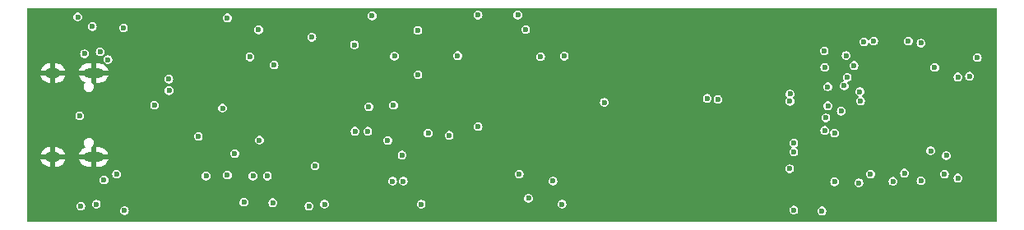
<source format=gbr>
%TF.GenerationSoftware,KiCad,Pcbnew,7.0.8+1*%
%TF.CreationDate,2023-12-11T13:56:50+01:00*%
%TF.ProjectId,Receiver,52656365-6976-4657-922e-6b696361645f,rev?*%
%TF.SameCoordinates,Original*%
%TF.FileFunction,Copper,L2,Inr*%
%TF.FilePolarity,Positive*%
%FSLAX46Y46*%
G04 Gerber Fmt 4.6, Leading zero omitted, Abs format (unit mm)*
G04 Created by KiCad (PCBNEW 7.0.8+1) date 2023-12-11 13:56:50*
%MOMM*%
%LPD*%
G01*
G04 APERTURE LIST*
%TA.AperFunction,ComponentPad*%
%ADD10O,2.100000X1.000000*%
%TD*%
%TA.AperFunction,ComponentPad*%
%ADD11O,1.600000X1.000000*%
%TD*%
%TA.AperFunction,ViaPad*%
%ADD12C,0.600000*%
%TD*%
G04 APERTURE END LIST*
D10*
%TO.N,GND*%
%TO.C,J6*%
X56820000Y-56680000D03*
D11*
X52640000Y-56680000D03*
D10*
X56820000Y-65320000D03*
D11*
X52640000Y-65320000D03*
%TD*%
D12*
%TO.N,GND*%
X122700000Y-50700000D03*
%TO.N,+2V5*%
X105041814Y-70199998D03*
X100500000Y-50700000D03*
X96400000Y-50700000D03*
X75274831Y-70050000D03*
X70600000Y-51000000D03*
X60000000Y-70875000D03*
X85500000Y-50800000D03*
X55200004Y-50900000D03*
X90541740Y-70200000D03*
%TO.N,/PWM_SEND_1*%
X132400000Y-58100000D03*
X63100000Y-60000000D03*
%TO.N,/PWM_RCV_1*%
X59200000Y-67100000D03*
X128900002Y-63900000D03*
%TO.N,-2V5*%
X73225000Y-67300000D03*
X72922334Y-55025000D03*
X57500000Y-54500000D03*
X88700000Y-67832313D03*
X57900000Y-67700000D03*
X87796688Y-54950000D03*
X102836639Y-55000000D03*
X104110312Y-67825000D03*
%TO.N,/LED_1*%
X57100000Y-70200000D03*
X139116407Y-67835646D03*
%TO.N,GND*%
X69500000Y-67300000D03*
X143300000Y-60600000D03*
X143300000Y-57800000D03*
X95100000Y-62300000D03*
X109400000Y-61600000D03*
X59200000Y-54400000D03*
X84613454Y-67875000D03*
X89392758Y-54900000D03*
X54600000Y-67800000D03*
X120328930Y-63375000D03*
X148320000Y-53900000D03*
X99600000Y-59600000D03*
X126115000Y-50700000D03*
X98514081Y-60125000D03*
X58600000Y-64200000D03*
X102325312Y-64125000D03*
X148310000Y-67690000D03*
X89400000Y-60800000D03*
X83000000Y-60800000D03*
X128400000Y-61500000D03*
X107500000Y-59500000D03*
X137900000Y-57900000D03*
X128600000Y-56500000D03*
X74553084Y-55025000D03*
X125599846Y-67650000D03*
X71875000Y-67300000D03*
X104274021Y-54920698D03*
X90946177Y-54950369D03*
X58700000Y-57800000D03*
X60700000Y-54400000D03*
X81000000Y-60900000D03*
X119169059Y-63325000D03*
X76122334Y-55025000D03*
X72302298Y-59052298D03*
X115590000Y-58600000D03*
X106240853Y-54666615D03*
X86501322Y-67848540D03*
X56300000Y-67800000D03*
X125565320Y-54175000D03*
X138000000Y-60600000D03*
X107116852Y-64125000D03*
%TO.N,/DOG_1*%
X145800000Y-67500000D03*
X55500000Y-70400000D03*
%TO.N,/PWM_SEND_2*%
X133100000Y-62875000D03*
X73900000Y-63600000D03*
%TO.N,/PWM_RCV_2*%
X74715474Y-67300000D03*
X136800000Y-67100000D03*
%TO.N,/LED_2*%
X140300000Y-67000000D03*
X72300000Y-70000000D03*
%TO.N,/DOG_2*%
X144600000Y-65200000D03*
X70600000Y-67200000D03*
%TO.N,/PWM_SEND_3*%
X70100000Y-60300000D03*
X132410585Y-60058324D03*
%TO.N,/PWM_RCV_3*%
X128900000Y-70800000D03*
X79000000Y-70400000D03*
%TO.N,/LED_3*%
X73817206Y-52225000D03*
X79624586Y-66275000D03*
X79300000Y-53000000D03*
X142000000Y-67800000D03*
%TO.N,/DOG_3*%
X75410000Y-55850000D03*
X143410000Y-56110000D03*
%TO.N,/PWM_SEND_0*%
X132100000Y-56100000D03*
X55900000Y-54700000D03*
%TO.N,/PWM_RCV_0*%
X56700000Y-51900000D03*
X136127298Y-53472702D03*
%TO.N,/LED_0*%
X135100000Y-55900000D03*
X58300000Y-55300000D03*
%TO.N,/DOG_0*%
X147800000Y-55100000D03*
X59894822Y-52030178D03*
%TO.N,+3.3V*%
X147000000Y-57000000D03*
X96400000Y-62200000D03*
X67600000Y-63200000D03*
X85149809Y-60154622D03*
X109400000Y-59700000D03*
X121100000Y-59400000D03*
%TO.N,/DOG_5*%
X90200000Y-52300000D03*
X140700000Y-53400000D03*
%TO.N,/DOG_4*%
X142000000Y-53600000D03*
X83681095Y-53775000D03*
%TO.N,Net-(U2-GPIO19{slash}U1RTS{slash}ADC2_CH8{slash}CLK_OUT2{slash}USB_D-)*%
X134400000Y-57132997D03*
X64574345Y-57315312D03*
%TO.N,Net-(U2-GPIO20{slash}U1CTS{slash}ADC2_CH9{slash}CLK_OUT1{slash}USB_D+)*%
X64600000Y-58500000D03*
X134100000Y-58000000D03*
%TO.N,/PWM_RCV_5*%
X128900000Y-64800000D03*
X88586289Y-65132811D03*
%TO.N,/PWM_SEND_4*%
X93421669Y-63100000D03*
X132200000Y-61300000D03*
%TO.N,/PWM_SEND_5*%
X87100000Y-63625000D03*
X132100000Y-62600000D03*
%TO.N,/PWM_SEND_6*%
X101300000Y-52200000D03*
X137123493Y-53385515D03*
%TO.N,/PWM_RCV_4*%
X132033280Y-54401063D03*
X94300000Y-54900000D03*
%TO.N,/LED_4*%
X133100000Y-67900000D03*
X87600000Y-67832313D03*
%TO.N,/LED_5*%
X133775000Y-60617690D03*
X87700000Y-60000000D03*
%TO.N,/PWM_RCV_6*%
X100632072Y-67100000D03*
X128473892Y-66550000D03*
%TO.N,/LED_6*%
X101600000Y-69600000D03*
X135600000Y-68000000D03*
%TO.N,/DOG_6*%
X134300000Y-54875000D03*
X105273744Y-54944302D03*
%TO.N,Net-(J8-Pin_3)*%
X71351360Y-64977526D03*
X143000000Y-64700000D03*
%TO.N,Net-(J8-Pin_2)*%
X68400000Y-67300000D03*
X144400000Y-67100000D03*
%TO.N,VBUS*%
X120000000Y-59300000D03*
X55400000Y-61100000D03*
%TO.N,Net-(U2-EN)*%
X91270207Y-62880516D03*
X145800000Y-57100000D03*
X83740853Y-62676244D03*
X85040853Y-62688267D03*
X90206969Y-56850000D03*
%TO.N,Net-(U2-GPIO15{slash}U0RTS{slash}ADC2_CH4{slash}XTAL_32K_P)*%
X128500000Y-59600000D03*
X135780000Y-59540000D03*
%TO.N,Net-(U2-GPIO16{slash}U0CTS{slash}ADC2_CH5{slash}XTAL_32K_N)*%
X128521407Y-58850303D03*
X135700000Y-58600000D03*
%TO.N,Net-(U2-GPIO0{slash}BOOT)*%
X80600000Y-70200000D03*
X131800000Y-70899980D03*
%TD*%
%TA.AperFunction,Conductor*%
%TO.N,GND*%
G36*
X149773566Y-50017813D02*
G01*
X149798876Y-50061650D01*
X149800000Y-50074500D01*
X149800000Y-71925500D01*
X149782687Y-71973066D01*
X149738850Y-71998376D01*
X149726000Y-71999500D01*
X50074500Y-71999500D01*
X50026934Y-71982187D01*
X50001624Y-71938350D01*
X50000500Y-71925500D01*
X50000500Y-70875000D01*
X59544867Y-70875000D01*
X59563302Y-71003223D01*
X59563302Y-71003224D01*
X59563303Y-71003226D01*
X59617118Y-71121063D01*
X59701951Y-71218967D01*
X59810931Y-71289004D01*
X59935228Y-71325500D01*
X60064772Y-71325500D01*
X60189069Y-71289004D01*
X60298049Y-71218967D01*
X60382882Y-71121063D01*
X60436697Y-71003226D01*
X60455133Y-70875000D01*
X60436697Y-70746774D01*
X60382882Y-70628937D01*
X60298049Y-70531033D01*
X60193750Y-70464004D01*
X60189068Y-70460995D01*
X60064772Y-70424500D01*
X59935228Y-70424500D01*
X59810931Y-70460995D01*
X59701954Y-70531031D01*
X59701950Y-70531034D01*
X59617119Y-70628935D01*
X59563302Y-70746776D01*
X59544867Y-70875000D01*
X50000500Y-70875000D01*
X50000500Y-70400000D01*
X55044867Y-70400000D01*
X55063302Y-70528223D01*
X55063302Y-70528224D01*
X55063303Y-70528226D01*
X55117118Y-70646063D01*
X55201951Y-70743967D01*
X55310931Y-70814004D01*
X55435228Y-70850500D01*
X55564772Y-70850500D01*
X55689069Y-70814004D01*
X55798049Y-70743967D01*
X55882882Y-70646063D01*
X55936697Y-70528226D01*
X55955133Y-70400000D01*
X55936697Y-70271774D01*
X55903919Y-70200000D01*
X56644867Y-70200000D01*
X56663302Y-70328223D01*
X56663302Y-70328224D01*
X56663303Y-70328226D01*
X56717118Y-70446063D01*
X56801951Y-70543967D01*
X56910931Y-70614004D01*
X57035228Y-70650500D01*
X57164772Y-70650500D01*
X57289069Y-70614004D01*
X57398049Y-70543967D01*
X57482882Y-70446063D01*
X57536697Y-70328226D01*
X57555133Y-70200000D01*
X57536697Y-70071774D01*
X57503919Y-70000000D01*
X71844867Y-70000000D01*
X71863302Y-70128223D01*
X71863302Y-70128224D01*
X71863303Y-70128226D01*
X71917118Y-70246063D01*
X72001951Y-70343967D01*
X72110931Y-70414004D01*
X72235228Y-70450500D01*
X72364772Y-70450500D01*
X72489069Y-70414004D01*
X72598049Y-70343967D01*
X72682882Y-70246063D01*
X72736697Y-70128226D01*
X72747944Y-70050000D01*
X74819698Y-70050000D01*
X74838133Y-70178223D01*
X74838133Y-70178224D01*
X74838134Y-70178226D01*
X74891949Y-70296063D01*
X74976782Y-70393967D01*
X75085762Y-70464004D01*
X75210059Y-70500500D01*
X75339603Y-70500500D01*
X75463900Y-70464004D01*
X75563492Y-70400000D01*
X78544867Y-70400000D01*
X78563302Y-70528223D01*
X78563302Y-70528224D01*
X78563303Y-70528226D01*
X78617118Y-70646063D01*
X78701951Y-70743967D01*
X78810931Y-70814004D01*
X78935228Y-70850500D01*
X79064772Y-70850500D01*
X79189069Y-70814004D01*
X79210860Y-70800000D01*
X128444867Y-70800000D01*
X128463302Y-70928223D01*
X128463302Y-70928224D01*
X128463303Y-70928226D01*
X128517118Y-71046063D01*
X128601951Y-71143967D01*
X128710931Y-71214004D01*
X128835228Y-71250500D01*
X128964772Y-71250500D01*
X129089069Y-71214004D01*
X129198049Y-71143967D01*
X129282882Y-71046063D01*
X129336697Y-70928226D01*
X129340758Y-70899980D01*
X131344867Y-70899980D01*
X131363302Y-71028203D01*
X131363302Y-71028204D01*
X131363303Y-71028206D01*
X131417118Y-71146043D01*
X131501951Y-71243947D01*
X131610931Y-71313984D01*
X131735228Y-71350480D01*
X131864772Y-71350480D01*
X131989069Y-71313984D01*
X132098049Y-71243947D01*
X132182882Y-71146043D01*
X132236697Y-71028206D01*
X132255133Y-70899980D01*
X132236697Y-70771754D01*
X132182882Y-70653917D01*
X132098049Y-70556013D01*
X132011669Y-70500500D01*
X131989068Y-70485975D01*
X131864772Y-70449480D01*
X131735228Y-70449480D01*
X131610931Y-70485975D01*
X131501954Y-70556011D01*
X131501950Y-70556014D01*
X131417119Y-70653915D01*
X131363302Y-70771756D01*
X131344867Y-70899980D01*
X129340758Y-70899980D01*
X129355133Y-70800000D01*
X129336697Y-70671774D01*
X129282882Y-70553937D01*
X129198049Y-70456033D01*
X129101474Y-70393968D01*
X129089068Y-70385995D01*
X128964772Y-70349500D01*
X128835228Y-70349500D01*
X128710931Y-70385995D01*
X128601954Y-70456031D01*
X128601950Y-70456034D01*
X128517119Y-70553935D01*
X128517118Y-70553936D01*
X128517118Y-70553937D01*
X128490210Y-70612855D01*
X128463302Y-70671776D01*
X128444867Y-70800000D01*
X79210860Y-70800000D01*
X79298049Y-70743967D01*
X79382882Y-70646063D01*
X79436697Y-70528226D01*
X79455133Y-70400000D01*
X79436697Y-70271774D01*
X79403919Y-70200000D01*
X80144867Y-70200000D01*
X80163302Y-70328223D01*
X80163302Y-70328224D01*
X80163303Y-70328226D01*
X80217118Y-70446063D01*
X80301951Y-70543967D01*
X80410931Y-70614004D01*
X80535228Y-70650500D01*
X80664772Y-70650500D01*
X80789069Y-70614004D01*
X80898049Y-70543967D01*
X80982882Y-70446063D01*
X81036697Y-70328226D01*
X81055133Y-70200000D01*
X90086607Y-70200000D01*
X90105042Y-70328223D01*
X90105042Y-70328224D01*
X90105043Y-70328226D01*
X90158858Y-70446063D01*
X90243691Y-70543967D01*
X90352671Y-70614004D01*
X90476968Y-70650500D01*
X90606512Y-70650500D01*
X90730809Y-70614004D01*
X90839789Y-70543967D01*
X90924622Y-70446063D01*
X90978437Y-70328226D01*
X90996873Y-70200000D01*
X90996873Y-70199998D01*
X104586681Y-70199998D01*
X104605116Y-70328221D01*
X104605116Y-70328222D01*
X104605117Y-70328224D01*
X104658932Y-70446061D01*
X104743765Y-70543965D01*
X104852745Y-70614002D01*
X104977042Y-70650498D01*
X105106586Y-70650498D01*
X105230883Y-70614002D01*
X105339863Y-70543965D01*
X105424696Y-70446061D01*
X105478511Y-70328224D01*
X105496947Y-70199998D01*
X105478511Y-70071772D01*
X105424696Y-69953935D01*
X105339863Y-69856031D01*
X105258800Y-69803935D01*
X105230882Y-69785993D01*
X105106586Y-69749498D01*
X104977042Y-69749498D01*
X104852745Y-69785993D01*
X104743768Y-69856029D01*
X104743764Y-69856032D01*
X104658933Y-69953933D01*
X104605116Y-70071774D01*
X104586681Y-70199998D01*
X90996873Y-70199998D01*
X90978437Y-70071774D01*
X90924622Y-69953937D01*
X90839789Y-69856033D01*
X90758723Y-69803935D01*
X90730808Y-69785995D01*
X90606512Y-69749500D01*
X90476968Y-69749500D01*
X90352671Y-69785995D01*
X90243694Y-69856031D01*
X90243690Y-69856034D01*
X90158859Y-69953935D01*
X90105042Y-70071776D01*
X90086607Y-70200000D01*
X81055133Y-70200000D01*
X81036697Y-70071774D01*
X80982882Y-69953937D01*
X80898049Y-69856033D01*
X80816983Y-69803935D01*
X80789068Y-69785995D01*
X80664772Y-69749500D01*
X80535228Y-69749500D01*
X80410931Y-69785995D01*
X80301954Y-69856031D01*
X80301950Y-69856034D01*
X80217119Y-69953935D01*
X80163302Y-70071776D01*
X80144867Y-70200000D01*
X79403919Y-70200000D01*
X79382882Y-70153937D01*
X79298049Y-70056033D01*
X79210860Y-70000000D01*
X79189068Y-69985995D01*
X79064772Y-69949500D01*
X78935228Y-69949500D01*
X78810931Y-69985995D01*
X78701954Y-70056031D01*
X78701950Y-70056034D01*
X78617119Y-70153935D01*
X78617118Y-70153936D01*
X78617118Y-70153937D01*
X78596082Y-70199998D01*
X78563302Y-70271776D01*
X78544867Y-70400000D01*
X75563492Y-70400000D01*
X75572880Y-70393967D01*
X75657713Y-70296063D01*
X75711528Y-70178226D01*
X75729964Y-70050000D01*
X75711528Y-69921774D01*
X75657713Y-69803937D01*
X75572880Y-69706033D01*
X75495075Y-69656031D01*
X75463899Y-69635995D01*
X75341306Y-69600000D01*
X101144867Y-69600000D01*
X101163302Y-69728223D01*
X101163302Y-69728224D01*
X101163303Y-69728226D01*
X101217118Y-69846063D01*
X101301951Y-69943967D01*
X101410931Y-70014004D01*
X101535228Y-70050500D01*
X101664772Y-70050500D01*
X101789069Y-70014004D01*
X101898049Y-69943967D01*
X101982882Y-69846063D01*
X102036697Y-69728226D01*
X102055133Y-69600000D01*
X102036697Y-69471774D01*
X101982882Y-69353937D01*
X101898049Y-69256033D01*
X101831032Y-69212964D01*
X101789068Y-69185995D01*
X101664772Y-69149500D01*
X101535228Y-69149500D01*
X101410931Y-69185995D01*
X101301954Y-69256031D01*
X101301950Y-69256034D01*
X101217119Y-69353935D01*
X101163302Y-69471776D01*
X101144867Y-69600000D01*
X75341306Y-69600000D01*
X75339603Y-69599500D01*
X75210059Y-69599500D01*
X75085762Y-69635995D01*
X74976785Y-69706031D01*
X74976781Y-69706034D01*
X74891950Y-69803935D01*
X74838133Y-69921776D01*
X74819698Y-70050000D01*
X72747944Y-70050000D01*
X72755133Y-70000000D01*
X72736697Y-69871774D01*
X72682882Y-69753937D01*
X72598049Y-69656033D01*
X72510082Y-69599500D01*
X72489068Y-69585995D01*
X72364772Y-69549500D01*
X72235228Y-69549500D01*
X72110931Y-69585995D01*
X72001954Y-69656031D01*
X72001950Y-69656034D01*
X71917119Y-69753935D01*
X71917118Y-69753936D01*
X71917118Y-69753937D01*
X71890210Y-69812855D01*
X71863302Y-69871776D01*
X71844867Y-70000000D01*
X57503919Y-70000000D01*
X57482882Y-69953937D01*
X57398049Y-69856033D01*
X57316983Y-69803935D01*
X57289068Y-69785995D01*
X57164772Y-69749500D01*
X57035228Y-69749500D01*
X56910931Y-69785995D01*
X56801954Y-69856031D01*
X56801950Y-69856034D01*
X56717119Y-69953935D01*
X56663302Y-70071776D01*
X56644867Y-70200000D01*
X55903919Y-70200000D01*
X55882882Y-70153937D01*
X55798049Y-70056033D01*
X55710860Y-70000000D01*
X55689068Y-69985995D01*
X55564772Y-69949500D01*
X55435228Y-69949500D01*
X55310931Y-69985995D01*
X55201954Y-70056031D01*
X55201950Y-70056034D01*
X55117119Y-70153935D01*
X55117118Y-70153936D01*
X55117118Y-70153937D01*
X55096082Y-70199998D01*
X55063302Y-70271776D01*
X55044867Y-70400000D01*
X50000500Y-70400000D01*
X50000500Y-67700000D01*
X57444867Y-67700000D01*
X57463302Y-67828223D01*
X57463302Y-67828224D01*
X57463303Y-67828226D01*
X57517118Y-67946063D01*
X57601951Y-68043967D01*
X57710931Y-68114004D01*
X57835228Y-68150500D01*
X57964772Y-68150500D01*
X58089069Y-68114004D01*
X58198049Y-68043967D01*
X58282882Y-67946063D01*
X58334831Y-67832313D01*
X87144867Y-67832313D01*
X87163302Y-67960536D01*
X87163302Y-67960537D01*
X87163303Y-67960539D01*
X87217118Y-68078376D01*
X87301951Y-68176280D01*
X87410931Y-68246317D01*
X87535228Y-68282813D01*
X87664772Y-68282813D01*
X87789069Y-68246317D01*
X87898049Y-68176280D01*
X87982882Y-68078376D01*
X88036697Y-67960539D01*
X88055133Y-67832313D01*
X88244867Y-67832313D01*
X88263302Y-67960536D01*
X88263302Y-67960537D01*
X88263303Y-67960539D01*
X88317118Y-68078376D01*
X88401951Y-68176280D01*
X88510931Y-68246317D01*
X88635228Y-68282813D01*
X88764772Y-68282813D01*
X88889069Y-68246317D01*
X88998049Y-68176280D01*
X89082882Y-68078376D01*
X89136697Y-67960539D01*
X89155133Y-67832313D01*
X89154082Y-67825000D01*
X103655179Y-67825000D01*
X103673614Y-67953223D01*
X103673614Y-67953224D01*
X103673615Y-67953226D01*
X103727430Y-68071063D01*
X103812263Y-68168967D01*
X103921243Y-68239004D01*
X104045540Y-68275500D01*
X104175084Y-68275500D01*
X104299381Y-68239004D01*
X104408361Y-68168967D01*
X104493194Y-68071063D01*
X104547009Y-67953226D01*
X104554662Y-67900000D01*
X132644867Y-67900000D01*
X132663302Y-68028223D01*
X132663302Y-68028224D01*
X132663303Y-68028226D01*
X132717118Y-68146063D01*
X132801951Y-68243967D01*
X132910931Y-68314004D01*
X133035228Y-68350500D01*
X133164772Y-68350500D01*
X133289069Y-68314004D01*
X133398049Y-68243967D01*
X133482882Y-68146063D01*
X133536697Y-68028226D01*
X133540755Y-68000000D01*
X135144867Y-68000000D01*
X135163302Y-68128223D01*
X135163302Y-68128224D01*
X135163303Y-68128226D01*
X135217118Y-68246063D01*
X135301951Y-68343967D01*
X135410931Y-68414004D01*
X135535228Y-68450500D01*
X135664772Y-68450500D01*
X135789069Y-68414004D01*
X135898049Y-68343967D01*
X135982882Y-68246063D01*
X136036697Y-68128226D01*
X136055133Y-68000000D01*
X136036697Y-67871774D01*
X136020198Y-67835646D01*
X138661274Y-67835646D01*
X138679709Y-67963869D01*
X138679709Y-67963870D01*
X138679710Y-67963872D01*
X138733525Y-68081709D01*
X138818358Y-68179613D01*
X138927338Y-68249650D01*
X139051635Y-68286146D01*
X139181179Y-68286146D01*
X139305476Y-68249650D01*
X139414456Y-68179613D01*
X139499289Y-68081709D01*
X139553104Y-67963872D01*
X139571540Y-67835646D01*
X139566415Y-67800000D01*
X141544867Y-67800000D01*
X141563302Y-67928223D01*
X141563302Y-67928224D01*
X141563303Y-67928226D01*
X141617118Y-68046063D01*
X141701951Y-68143967D01*
X141810931Y-68214004D01*
X141935228Y-68250500D01*
X142064772Y-68250500D01*
X142189069Y-68214004D01*
X142298049Y-68143967D01*
X142382882Y-68046063D01*
X142436697Y-67928226D01*
X142455133Y-67800000D01*
X142436697Y-67671774D01*
X142382882Y-67553937D01*
X142298049Y-67456033D01*
X142227968Y-67410995D01*
X142189068Y-67385995D01*
X142064772Y-67349500D01*
X141935228Y-67349500D01*
X141810931Y-67385995D01*
X141701954Y-67456031D01*
X141701950Y-67456034D01*
X141617119Y-67553935D01*
X141563302Y-67671776D01*
X141544867Y-67800000D01*
X139566415Y-67800000D01*
X139553104Y-67707420D01*
X139499289Y-67589583D01*
X139414456Y-67491679D01*
X139347439Y-67448610D01*
X139305475Y-67421641D01*
X139181179Y-67385146D01*
X139051635Y-67385146D01*
X138927338Y-67421641D01*
X138818361Y-67491677D01*
X138818357Y-67491680D01*
X138733526Y-67589581D01*
X138733525Y-67589582D01*
X138733525Y-67589583D01*
X138715877Y-67628226D01*
X138679709Y-67707422D01*
X138661274Y-67835646D01*
X136020198Y-67835646D01*
X135982882Y-67753937D01*
X135898049Y-67656033D01*
X135831032Y-67612964D01*
X135789068Y-67585995D01*
X135664772Y-67549500D01*
X135535228Y-67549500D01*
X135410931Y-67585995D01*
X135301954Y-67656031D01*
X135301950Y-67656034D01*
X135217119Y-67753935D01*
X135163302Y-67871776D01*
X135144867Y-68000000D01*
X133540755Y-68000000D01*
X133555133Y-67900000D01*
X133536697Y-67771774D01*
X133482882Y-67653937D01*
X133398049Y-67556033D01*
X133297909Y-67491677D01*
X133289068Y-67485995D01*
X133164772Y-67449500D01*
X133035228Y-67449500D01*
X132910931Y-67485995D01*
X132801954Y-67556031D01*
X132801950Y-67556034D01*
X132717119Y-67653935D01*
X132663302Y-67771776D01*
X132644867Y-67900000D01*
X104554662Y-67900000D01*
X104565445Y-67825000D01*
X104547009Y-67696774D01*
X104493194Y-67578937D01*
X104408361Y-67481033D01*
X104341344Y-67437964D01*
X104299380Y-67410995D01*
X104175084Y-67374500D01*
X104045540Y-67374500D01*
X103921243Y-67410995D01*
X103812266Y-67481031D01*
X103812262Y-67481034D01*
X103727431Y-67578935D01*
X103673614Y-67696776D01*
X103655179Y-67825000D01*
X89154082Y-67825000D01*
X89136697Y-67704087D01*
X89082882Y-67586250D01*
X88998049Y-67488346D01*
X88928991Y-67443965D01*
X88889068Y-67418308D01*
X88764772Y-67381813D01*
X88635228Y-67381813D01*
X88510931Y-67418308D01*
X88401954Y-67488344D01*
X88401950Y-67488347D01*
X88317119Y-67586248D01*
X88263302Y-67704089D01*
X88244867Y-67832313D01*
X88055133Y-67832313D01*
X88036697Y-67704087D01*
X87982882Y-67586250D01*
X87898049Y-67488346D01*
X87828991Y-67443965D01*
X87789068Y-67418308D01*
X87664772Y-67381813D01*
X87535228Y-67381813D01*
X87410931Y-67418308D01*
X87301954Y-67488344D01*
X87301950Y-67488347D01*
X87217119Y-67586248D01*
X87163302Y-67704089D01*
X87144867Y-67832313D01*
X58334831Y-67832313D01*
X58336697Y-67828226D01*
X58355133Y-67700000D01*
X58336697Y-67571774D01*
X58282882Y-67453937D01*
X58198049Y-67356033D01*
X58110860Y-67300000D01*
X58089068Y-67285995D01*
X57964772Y-67249500D01*
X57835228Y-67249500D01*
X57710931Y-67285995D01*
X57601954Y-67356031D01*
X57601950Y-67356034D01*
X57517119Y-67453935D01*
X57463302Y-67571776D01*
X57444867Y-67700000D01*
X50000500Y-67700000D01*
X50000500Y-67100000D01*
X58744867Y-67100000D01*
X58763302Y-67228223D01*
X58763302Y-67228224D01*
X58763303Y-67228226D01*
X58817118Y-67346063D01*
X58901951Y-67443967D01*
X59010931Y-67514004D01*
X59135228Y-67550500D01*
X59264772Y-67550500D01*
X59389069Y-67514004D01*
X59498049Y-67443967D01*
X59582882Y-67346063D01*
X59603919Y-67300000D01*
X67944867Y-67300000D01*
X67963302Y-67428223D01*
X67963302Y-67428224D01*
X67963303Y-67428226D01*
X68017118Y-67546063D01*
X68101951Y-67643967D01*
X68210931Y-67714004D01*
X68335228Y-67750500D01*
X68464772Y-67750500D01*
X68589069Y-67714004D01*
X68698049Y-67643967D01*
X68782882Y-67546063D01*
X68836697Y-67428226D01*
X68855133Y-67300000D01*
X68840755Y-67200000D01*
X70144867Y-67200000D01*
X70163302Y-67328223D01*
X70163302Y-67328224D01*
X70163303Y-67328226D01*
X70217118Y-67446063D01*
X70301951Y-67543967D01*
X70410931Y-67614004D01*
X70535228Y-67650500D01*
X70664772Y-67650500D01*
X70789069Y-67614004D01*
X70898049Y-67543967D01*
X70982882Y-67446063D01*
X71036697Y-67328226D01*
X71040755Y-67300000D01*
X72769867Y-67300000D01*
X72788302Y-67428223D01*
X72788302Y-67428224D01*
X72788303Y-67428226D01*
X72842118Y-67546063D01*
X72926951Y-67643967D01*
X73035931Y-67714004D01*
X73160228Y-67750500D01*
X73289772Y-67750500D01*
X73414069Y-67714004D01*
X73523049Y-67643967D01*
X73607882Y-67546063D01*
X73661697Y-67428226D01*
X73680133Y-67300000D01*
X74260341Y-67300000D01*
X74278776Y-67428223D01*
X74278776Y-67428224D01*
X74278777Y-67428226D01*
X74332592Y-67546063D01*
X74417425Y-67643967D01*
X74526405Y-67714004D01*
X74650702Y-67750500D01*
X74780246Y-67750500D01*
X74904543Y-67714004D01*
X75013523Y-67643967D01*
X75098356Y-67546063D01*
X75152171Y-67428226D01*
X75170607Y-67300000D01*
X75152171Y-67171774D01*
X75119393Y-67100000D01*
X100176939Y-67100000D01*
X100195374Y-67228223D01*
X100195374Y-67228224D01*
X100195375Y-67228226D01*
X100249190Y-67346063D01*
X100334023Y-67443967D01*
X100443003Y-67514004D01*
X100567300Y-67550500D01*
X100696844Y-67550500D01*
X100821141Y-67514004D01*
X100930121Y-67443967D01*
X101014954Y-67346063D01*
X101068769Y-67228226D01*
X101087205Y-67100000D01*
X136344867Y-67100000D01*
X136363302Y-67228223D01*
X136363302Y-67228224D01*
X136363303Y-67228226D01*
X136417118Y-67346063D01*
X136501951Y-67443967D01*
X136610931Y-67514004D01*
X136735228Y-67550500D01*
X136864772Y-67550500D01*
X136989069Y-67514004D01*
X137098049Y-67443967D01*
X137182882Y-67346063D01*
X137236697Y-67228226D01*
X137255133Y-67100000D01*
X137240755Y-67000000D01*
X139844867Y-67000000D01*
X139863302Y-67128223D01*
X139863302Y-67128224D01*
X139863303Y-67128226D01*
X139917118Y-67246063D01*
X140001951Y-67343967D01*
X140110931Y-67414004D01*
X140235228Y-67450500D01*
X140364772Y-67450500D01*
X140489069Y-67414004D01*
X140598049Y-67343967D01*
X140682882Y-67246063D01*
X140736697Y-67128226D01*
X140740755Y-67100000D01*
X143944867Y-67100000D01*
X143963302Y-67228223D01*
X143963302Y-67228224D01*
X143963303Y-67228226D01*
X144017118Y-67346063D01*
X144101951Y-67443967D01*
X144210931Y-67514004D01*
X144335228Y-67550500D01*
X144464772Y-67550500D01*
X144589069Y-67514004D01*
X144610860Y-67500000D01*
X145344867Y-67500000D01*
X145363302Y-67628223D01*
X145363302Y-67628224D01*
X145363303Y-67628226D01*
X145417118Y-67746063D01*
X145501951Y-67843967D01*
X145610931Y-67914004D01*
X145735228Y-67950500D01*
X145864772Y-67950500D01*
X145989069Y-67914004D01*
X146098049Y-67843967D01*
X146182882Y-67746063D01*
X146236697Y-67628226D01*
X146255133Y-67500000D01*
X146236697Y-67371774D01*
X146182882Y-67253937D01*
X146098049Y-67156033D01*
X146010860Y-67100000D01*
X145989068Y-67085995D01*
X145864772Y-67049500D01*
X145735228Y-67049500D01*
X145610931Y-67085995D01*
X145501954Y-67156031D01*
X145501950Y-67156034D01*
X145417119Y-67253935D01*
X145363302Y-67371776D01*
X145344867Y-67500000D01*
X144610860Y-67500000D01*
X144698049Y-67443967D01*
X144782882Y-67346063D01*
X144836697Y-67228226D01*
X144855133Y-67100000D01*
X144836697Y-66971774D01*
X144782882Y-66853937D01*
X144698049Y-66756033D01*
X144593750Y-66689004D01*
X144589068Y-66685995D01*
X144464772Y-66649500D01*
X144335228Y-66649500D01*
X144210931Y-66685995D01*
X144101954Y-66756031D01*
X144101950Y-66756034D01*
X144017119Y-66853935D01*
X143963302Y-66971776D01*
X143944867Y-67100000D01*
X140740755Y-67100000D01*
X140755133Y-67000000D01*
X140736697Y-66871774D01*
X140682882Y-66753937D01*
X140598049Y-66656033D01*
X140531032Y-66612964D01*
X140489068Y-66585995D01*
X140364772Y-66549500D01*
X140235228Y-66549500D01*
X140110931Y-66585995D01*
X140001954Y-66656031D01*
X140001950Y-66656034D01*
X139917119Y-66753935D01*
X139863302Y-66871776D01*
X139844867Y-67000000D01*
X137240755Y-67000000D01*
X137236697Y-66971774D01*
X137182882Y-66853937D01*
X137098049Y-66756033D01*
X136993750Y-66689004D01*
X136989068Y-66685995D01*
X136864772Y-66649500D01*
X136735228Y-66649500D01*
X136610931Y-66685995D01*
X136501954Y-66756031D01*
X136501950Y-66756034D01*
X136417119Y-66853935D01*
X136363302Y-66971776D01*
X136344867Y-67100000D01*
X101087205Y-67100000D01*
X101068769Y-66971774D01*
X101014954Y-66853937D01*
X100930121Y-66756033D01*
X100825822Y-66689004D01*
X100821140Y-66685995D01*
X100696844Y-66649500D01*
X100567300Y-66649500D01*
X100443003Y-66685995D01*
X100334026Y-66756031D01*
X100334022Y-66756034D01*
X100249191Y-66853935D01*
X100195374Y-66971776D01*
X100176939Y-67100000D01*
X75119393Y-67100000D01*
X75098356Y-67053937D01*
X75013523Y-66956033D01*
X74916948Y-66893968D01*
X74904542Y-66885995D01*
X74780246Y-66849500D01*
X74650702Y-66849500D01*
X74526405Y-66885995D01*
X74417428Y-66956031D01*
X74417424Y-66956034D01*
X74332593Y-67053935D01*
X74278776Y-67171776D01*
X74260341Y-67300000D01*
X73680133Y-67300000D01*
X73661697Y-67171774D01*
X73607882Y-67053937D01*
X73523049Y-66956033D01*
X73426474Y-66893968D01*
X73414068Y-66885995D01*
X73289772Y-66849500D01*
X73160228Y-66849500D01*
X73035931Y-66885995D01*
X72926954Y-66956031D01*
X72926950Y-66956034D01*
X72842119Y-67053935D01*
X72788302Y-67171776D01*
X72769867Y-67300000D01*
X71040755Y-67300000D01*
X71055133Y-67200000D01*
X71036697Y-67071774D01*
X70982882Y-66953937D01*
X70898049Y-66856033D01*
X70831032Y-66812964D01*
X70789068Y-66785995D01*
X70664772Y-66749500D01*
X70535228Y-66749500D01*
X70410931Y-66785995D01*
X70301954Y-66856031D01*
X70301950Y-66856034D01*
X70217119Y-66953935D01*
X70163302Y-67071776D01*
X70144867Y-67200000D01*
X68840755Y-67200000D01*
X68836697Y-67171774D01*
X68782882Y-67053937D01*
X68698049Y-66956033D01*
X68601474Y-66893968D01*
X68589068Y-66885995D01*
X68464772Y-66849500D01*
X68335228Y-66849500D01*
X68210931Y-66885995D01*
X68101954Y-66956031D01*
X68101950Y-66956034D01*
X68017119Y-67053935D01*
X67963302Y-67171776D01*
X67944867Y-67300000D01*
X59603919Y-67300000D01*
X59636697Y-67228226D01*
X59655133Y-67100000D01*
X59636697Y-66971774D01*
X59582882Y-66853937D01*
X59498049Y-66756033D01*
X59393750Y-66689004D01*
X59389068Y-66685995D01*
X59264772Y-66649500D01*
X59135228Y-66649500D01*
X59010931Y-66685995D01*
X58901954Y-66756031D01*
X58901950Y-66756034D01*
X58817119Y-66853935D01*
X58763302Y-66971776D01*
X58744867Y-67100000D01*
X50000500Y-67100000D01*
X50000500Y-65570000D01*
X51366633Y-65570000D01*
X51366930Y-65571940D01*
X51366931Y-65571945D01*
X51437565Y-65762665D01*
X51545144Y-65935260D01*
X51685268Y-66082671D01*
X51852198Y-66198857D01*
X52039088Y-66279058D01*
X52039098Y-66279061D01*
X52238303Y-66319999D01*
X52238311Y-66320000D01*
X52390000Y-66320000D01*
X52390000Y-65620000D01*
X52890000Y-65620000D01*
X52890000Y-66320000D01*
X52990711Y-66320000D01*
X52990719Y-66319999D01*
X53142333Y-66304582D01*
X53142338Y-66304580D01*
X53336384Y-66243699D01*
X53336385Y-66243698D01*
X53514217Y-66144993D01*
X53514222Y-66144989D01*
X53668528Y-66012522D01*
X53668531Y-66012520D01*
X53793017Y-65851696D01*
X53793019Y-65851694D01*
X53882586Y-65669097D01*
X53882588Y-65669092D01*
X53908246Y-65570000D01*
X55296633Y-65570000D01*
X55296930Y-65571940D01*
X55296931Y-65571945D01*
X55367565Y-65762665D01*
X55475144Y-65935260D01*
X55615268Y-66082671D01*
X55782198Y-66198857D01*
X55969088Y-66279058D01*
X55969098Y-66279061D01*
X56168303Y-66319999D01*
X56168311Y-66320000D01*
X56570000Y-66320000D01*
X56570000Y-65620000D01*
X57070000Y-65620000D01*
X57070000Y-66320000D01*
X57420711Y-66320000D01*
X57420719Y-66319999D01*
X57572333Y-66304582D01*
X57572338Y-66304580D01*
X57666618Y-66275000D01*
X79169453Y-66275000D01*
X79187888Y-66403223D01*
X79187888Y-66403224D01*
X79187889Y-66403226D01*
X79241704Y-66521063D01*
X79326537Y-66618967D01*
X79435517Y-66689004D01*
X79559814Y-66725500D01*
X79689358Y-66725500D01*
X79813655Y-66689004D01*
X79922635Y-66618967D01*
X79982394Y-66550000D01*
X128018759Y-66550000D01*
X128037194Y-66678223D01*
X128037194Y-66678224D01*
X128037195Y-66678226D01*
X128091010Y-66796063D01*
X128175843Y-66893967D01*
X128284823Y-66964004D01*
X128409120Y-67000500D01*
X128538664Y-67000500D01*
X128662961Y-66964004D01*
X128771941Y-66893967D01*
X128856774Y-66796063D01*
X128910589Y-66678226D01*
X128929025Y-66550000D01*
X128910589Y-66421774D01*
X128856774Y-66303937D01*
X128771941Y-66206033D01*
X128676961Y-66144993D01*
X128662960Y-66135995D01*
X128538664Y-66099500D01*
X128409120Y-66099500D01*
X128284823Y-66135995D01*
X128175846Y-66206031D01*
X128175842Y-66206034D01*
X128091011Y-66303935D01*
X128091010Y-66303936D01*
X128091010Y-66303937D01*
X128083675Y-66319999D01*
X128037194Y-66421776D01*
X128018759Y-66550000D01*
X79982394Y-66550000D01*
X80007468Y-66521063D01*
X80061283Y-66403226D01*
X80079719Y-66275000D01*
X80061283Y-66146774D01*
X80007468Y-66028937D01*
X79922635Y-65931033D01*
X79855618Y-65887964D01*
X79813654Y-65860995D01*
X79689358Y-65824500D01*
X79559814Y-65824500D01*
X79435517Y-65860995D01*
X79326540Y-65931031D01*
X79326536Y-65931034D01*
X79241705Y-66028935D01*
X79187888Y-66146776D01*
X79169453Y-66275000D01*
X57666618Y-66275000D01*
X57766384Y-66243699D01*
X57766385Y-66243698D01*
X57944217Y-66144993D01*
X57944222Y-66144989D01*
X58098528Y-66012522D01*
X58098531Y-66012520D01*
X58223017Y-65851696D01*
X58223019Y-65851694D01*
X58312586Y-65669097D01*
X58312588Y-65669092D01*
X58338246Y-65570000D01*
X57536111Y-65570000D01*
X57575610Y-65545543D01*
X57643201Y-65456038D01*
X57673895Y-65348160D01*
X57663546Y-65236479D01*
X57613552Y-65136078D01*
X57541069Y-65070000D01*
X58343367Y-65070000D01*
X58343069Y-65068059D01*
X58343068Y-65068054D01*
X58309541Y-64977526D01*
X70896227Y-64977526D01*
X70914662Y-65105749D01*
X70914662Y-65105750D01*
X70914663Y-65105752D01*
X70968478Y-65223589D01*
X71053311Y-65321493D01*
X71162291Y-65391530D01*
X71286588Y-65428026D01*
X71416132Y-65428026D01*
X71540429Y-65391530D01*
X71649409Y-65321493D01*
X71734242Y-65223589D01*
X71775699Y-65132811D01*
X88131156Y-65132811D01*
X88149591Y-65261034D01*
X88149591Y-65261035D01*
X88149592Y-65261037D01*
X88203407Y-65378874D01*
X88288240Y-65476778D01*
X88397220Y-65546815D01*
X88521517Y-65583311D01*
X88651061Y-65583311D01*
X88775358Y-65546815D01*
X88884338Y-65476778D01*
X88969171Y-65378874D01*
X89022986Y-65261037D01*
X89041422Y-65132811D01*
X89022986Y-65004585D01*
X88969171Y-64886748D01*
X88894005Y-64800000D01*
X128444867Y-64800000D01*
X128463302Y-64928223D01*
X128463302Y-64928224D01*
X128463303Y-64928226D01*
X128517118Y-65046063D01*
X128601951Y-65143967D01*
X128710931Y-65214004D01*
X128835228Y-65250500D01*
X128964772Y-65250500D01*
X129089069Y-65214004D01*
X129110860Y-65200000D01*
X144144867Y-65200000D01*
X144163302Y-65328223D01*
X144163302Y-65328224D01*
X144163303Y-65328226D01*
X144217118Y-65446063D01*
X144301951Y-65543967D01*
X144410931Y-65614004D01*
X144535228Y-65650500D01*
X144664772Y-65650500D01*
X144789069Y-65614004D01*
X144898049Y-65543967D01*
X144982882Y-65446063D01*
X145036697Y-65328226D01*
X145055133Y-65200000D01*
X145036697Y-65071774D01*
X144982882Y-64953937D01*
X144898049Y-64856033D01*
X144810860Y-64800000D01*
X144789068Y-64785995D01*
X144664772Y-64749500D01*
X144535228Y-64749500D01*
X144410931Y-64785995D01*
X144301954Y-64856031D01*
X144301950Y-64856034D01*
X144217119Y-64953935D01*
X144163302Y-65071776D01*
X144144867Y-65200000D01*
X129110860Y-65200000D01*
X129198049Y-65143967D01*
X129282882Y-65046063D01*
X129336697Y-64928226D01*
X129355133Y-64800000D01*
X129340755Y-64700000D01*
X142544867Y-64700000D01*
X142563302Y-64828223D01*
X142563302Y-64828224D01*
X142563303Y-64828226D01*
X142617118Y-64946063D01*
X142701951Y-65043967D01*
X142810931Y-65114004D01*
X142935228Y-65150500D01*
X143064772Y-65150500D01*
X143189069Y-65114004D01*
X143298049Y-65043967D01*
X143382882Y-64946063D01*
X143436697Y-64828226D01*
X143455133Y-64700000D01*
X143436697Y-64571774D01*
X143382882Y-64453937D01*
X143298049Y-64356033D01*
X143191794Y-64287747D01*
X143189068Y-64285995D01*
X143064772Y-64249500D01*
X142935228Y-64249500D01*
X142810931Y-64285995D01*
X142701954Y-64356031D01*
X142701950Y-64356034D01*
X142617119Y-64453935D01*
X142563302Y-64571776D01*
X142544867Y-64700000D01*
X129340755Y-64700000D01*
X129336697Y-64671774D01*
X129282882Y-64553937D01*
X129198049Y-64456033D01*
X129129924Y-64412251D01*
X129099270Y-64371972D01*
X129101679Y-64321410D01*
X129129923Y-64287749D01*
X129198051Y-64243967D01*
X129282884Y-64146063D01*
X129336699Y-64028226D01*
X129355135Y-63900000D01*
X129336699Y-63771774D01*
X129282884Y-63653937D01*
X129198051Y-63556033D01*
X129105842Y-63496774D01*
X129089070Y-63485995D01*
X128964774Y-63449500D01*
X128835230Y-63449500D01*
X128710933Y-63485995D01*
X128601956Y-63556031D01*
X128601952Y-63556034D01*
X128517121Y-63653935D01*
X128463304Y-63771776D01*
X128444869Y-63900000D01*
X128463304Y-64028223D01*
X128463304Y-64028224D01*
X128463305Y-64028226D01*
X128517120Y-64146063D01*
X128601953Y-64243967D01*
X128667350Y-64285995D01*
X128670075Y-64287746D01*
X128700731Y-64328027D01*
X128698322Y-64378588D01*
X128670076Y-64412252D01*
X128601951Y-64456033D01*
X128601950Y-64456034D01*
X128517119Y-64553935D01*
X128463302Y-64671776D01*
X128444867Y-64800000D01*
X88894005Y-64800000D01*
X88884338Y-64788844D01*
X88795048Y-64731461D01*
X88775357Y-64718806D01*
X88651061Y-64682311D01*
X88521517Y-64682311D01*
X88397220Y-64718806D01*
X88288243Y-64788842D01*
X88288239Y-64788845D01*
X88203408Y-64886746D01*
X88149591Y-65004587D01*
X88131156Y-65132811D01*
X71775699Y-65132811D01*
X71788057Y-65105752D01*
X71806493Y-64977526D01*
X71788057Y-64849300D01*
X71734242Y-64731463D01*
X71649409Y-64633559D01*
X71553273Y-64571776D01*
X71540428Y-64563521D01*
X71416132Y-64527026D01*
X71286588Y-64527026D01*
X71162291Y-64563521D01*
X71053314Y-64633557D01*
X71053310Y-64633560D01*
X70968479Y-64731461D01*
X70914662Y-64849302D01*
X70896227Y-64977526D01*
X58309541Y-64977526D01*
X58272434Y-64877334D01*
X58164855Y-64704739D01*
X58024731Y-64557328D01*
X57857801Y-64441142D01*
X57670911Y-64360941D01*
X57670901Y-64360938D01*
X57471696Y-64320000D01*
X57070000Y-64320000D01*
X57070000Y-65020000D01*
X56570000Y-65020000D01*
X56570000Y-64399246D01*
X56587313Y-64351680D01*
X56597299Y-64341844D01*
X56614282Y-64328027D01*
X56707665Y-64252054D01*
X56790971Y-64134037D01*
X56839346Y-63997921D01*
X56841327Y-63968968D01*
X56849204Y-63853802D01*
X56849204Y-63853801D01*
X56832159Y-63771776D01*
X56819814Y-63712366D01*
X56819810Y-63712360D01*
X56819810Y-63712357D01*
X56753356Y-63584107D01*
X56753353Y-63584103D01*
X56654754Y-63478530D01*
X56531328Y-63403474D01*
X56392229Y-63364500D01*
X56392228Y-63364500D01*
X56284051Y-63364500D01*
X56284046Y-63364500D01*
X56176892Y-63379228D01*
X56176890Y-63379228D01*
X56176889Y-63379229D01*
X56044391Y-63436781D01*
X56044389Y-63436782D01*
X56044388Y-63436782D01*
X55932334Y-63527946D01*
X55932333Y-63527947D01*
X55849032Y-63645958D01*
X55849027Y-63645966D01*
X55800655Y-63782075D01*
X55800652Y-63782087D01*
X55790795Y-63926197D01*
X55805700Y-63997924D01*
X55820186Y-64067634D01*
X55820187Y-64067636D01*
X55820189Y-64067642D01*
X55886643Y-64195892D01*
X55886646Y-64195896D01*
X55931540Y-64243965D01*
X55936709Y-64249500D01*
X55948199Y-64261802D01*
X55968013Y-64308382D01*
X55953250Y-64356800D01*
X55916271Y-64382917D01*
X55873614Y-64396301D01*
X55695782Y-64495006D01*
X55695777Y-64495010D01*
X55541471Y-64627477D01*
X55541468Y-64627479D01*
X55416982Y-64788303D01*
X55416980Y-64788305D01*
X55327413Y-64970902D01*
X55327411Y-64970907D01*
X55301754Y-65070000D01*
X56103889Y-65070000D01*
X56064390Y-65094457D01*
X55996799Y-65183962D01*
X55966105Y-65291840D01*
X55976454Y-65403521D01*
X56026448Y-65503922D01*
X56098931Y-65570000D01*
X55296633Y-65570000D01*
X53908246Y-65570000D01*
X53106111Y-65570000D01*
X53145610Y-65545543D01*
X53213201Y-65456038D01*
X53243895Y-65348160D01*
X53233546Y-65236479D01*
X53183552Y-65136078D01*
X53111069Y-65070000D01*
X53913367Y-65070000D01*
X53913069Y-65068059D01*
X53913068Y-65068054D01*
X53842434Y-64877334D01*
X53734855Y-64704739D01*
X53594731Y-64557328D01*
X53427801Y-64441142D01*
X53240911Y-64360941D01*
X53240901Y-64360938D01*
X53041696Y-64320000D01*
X52890000Y-64320000D01*
X52890000Y-65020000D01*
X52390000Y-65020000D01*
X52390000Y-64320000D01*
X52289280Y-64320000D01*
X52137666Y-64335417D01*
X52137661Y-64335419D01*
X51943615Y-64396300D01*
X51943614Y-64396301D01*
X51765782Y-64495006D01*
X51765777Y-64495010D01*
X51611471Y-64627477D01*
X51611468Y-64627479D01*
X51486982Y-64788303D01*
X51486980Y-64788305D01*
X51397413Y-64970902D01*
X51397411Y-64970907D01*
X51371754Y-65070000D01*
X52173889Y-65070000D01*
X52134390Y-65094457D01*
X52066799Y-65183962D01*
X52036105Y-65291840D01*
X52046454Y-65403521D01*
X52096448Y-65503922D01*
X52168931Y-65570000D01*
X51366633Y-65570000D01*
X50000500Y-65570000D01*
X50000500Y-63200000D01*
X67144867Y-63200000D01*
X67163302Y-63328223D01*
X67163302Y-63328224D01*
X67163303Y-63328226D01*
X67217118Y-63446063D01*
X67301951Y-63543967D01*
X67410931Y-63614004D01*
X67535228Y-63650500D01*
X67664772Y-63650500D01*
X67789069Y-63614004D01*
X67810860Y-63600000D01*
X73444867Y-63600000D01*
X73463302Y-63728223D01*
X73463302Y-63728224D01*
X73463303Y-63728226D01*
X73517118Y-63846063D01*
X73601951Y-63943967D01*
X73710931Y-64014004D01*
X73835228Y-64050500D01*
X73964772Y-64050500D01*
X74089069Y-64014004D01*
X74198049Y-63943967D01*
X74282882Y-63846063D01*
X74336697Y-63728226D01*
X74351539Y-63625000D01*
X86644867Y-63625000D01*
X86663302Y-63753223D01*
X86663302Y-63753224D01*
X86663303Y-63753226D01*
X86717118Y-63871063D01*
X86801951Y-63968967D01*
X86910931Y-64039004D01*
X87035228Y-64075500D01*
X87164772Y-64075500D01*
X87289069Y-64039004D01*
X87398049Y-63968967D01*
X87482882Y-63871063D01*
X87536697Y-63753226D01*
X87555133Y-63625000D01*
X87536697Y-63496774D01*
X87482882Y-63378937D01*
X87398049Y-63281033D01*
X87331032Y-63237964D01*
X87289068Y-63210995D01*
X87164772Y-63174500D01*
X87035228Y-63174500D01*
X86910931Y-63210995D01*
X86801954Y-63281031D01*
X86801950Y-63281034D01*
X86717119Y-63378935D01*
X86663302Y-63496776D01*
X86644867Y-63625000D01*
X74351539Y-63625000D01*
X74355133Y-63600000D01*
X74336697Y-63471774D01*
X74282882Y-63353937D01*
X74198049Y-63256033D01*
X74110860Y-63200000D01*
X74089068Y-63185995D01*
X73964772Y-63149500D01*
X73835228Y-63149500D01*
X73710931Y-63185995D01*
X73601954Y-63256031D01*
X73601950Y-63256034D01*
X73517119Y-63353935D01*
X73463302Y-63471776D01*
X73444867Y-63600000D01*
X67810860Y-63600000D01*
X67898049Y-63543967D01*
X67982882Y-63446063D01*
X68036697Y-63328226D01*
X68055133Y-63200000D01*
X68036697Y-63071774D01*
X67982882Y-62953937D01*
X67898049Y-62856033D01*
X67817811Y-62804467D01*
X67789068Y-62785995D01*
X67664772Y-62749500D01*
X67535228Y-62749500D01*
X67410931Y-62785995D01*
X67301954Y-62856031D01*
X67301950Y-62856034D01*
X67217119Y-62953935D01*
X67163302Y-63071776D01*
X67144867Y-63200000D01*
X50000500Y-63200000D01*
X50000500Y-62676244D01*
X83285720Y-62676244D01*
X83304155Y-62804467D01*
X83304155Y-62804468D01*
X83304156Y-62804470D01*
X83357971Y-62922307D01*
X83442804Y-63020211D01*
X83551784Y-63090248D01*
X83676081Y-63126744D01*
X83805625Y-63126744D01*
X83929922Y-63090248D01*
X84038902Y-63020211D01*
X84123735Y-62922307D01*
X84177550Y-62804470D01*
X84194257Y-62688267D01*
X84585720Y-62688267D01*
X84604155Y-62816490D01*
X84604155Y-62816491D01*
X84604156Y-62816493D01*
X84657971Y-62934330D01*
X84742804Y-63032234D01*
X84851784Y-63102271D01*
X84976081Y-63138767D01*
X85105625Y-63138767D01*
X85229922Y-63102271D01*
X85338902Y-63032234D01*
X85423735Y-62934330D01*
X85448311Y-62880516D01*
X90815074Y-62880516D01*
X90833509Y-63008739D01*
X90833509Y-63008740D01*
X90833510Y-63008742D01*
X90887325Y-63126579D01*
X90972158Y-63224483D01*
X91081138Y-63294520D01*
X91205435Y-63331016D01*
X91334979Y-63331016D01*
X91459276Y-63294520D01*
X91568256Y-63224483D01*
X91653089Y-63126579D01*
X91665227Y-63100000D01*
X92966536Y-63100000D01*
X92984971Y-63228223D01*
X92984971Y-63228224D01*
X92984972Y-63228226D01*
X93038787Y-63346063D01*
X93123620Y-63443967D01*
X93232600Y-63514004D01*
X93356897Y-63550500D01*
X93486441Y-63550500D01*
X93610738Y-63514004D01*
X93719718Y-63443967D01*
X93804551Y-63346063D01*
X93858366Y-63228226D01*
X93876802Y-63100000D01*
X93858366Y-62971774D01*
X93804551Y-62853937D01*
X93719718Y-62756033D01*
X93652701Y-62712964D01*
X93610737Y-62685995D01*
X93486441Y-62649500D01*
X93356897Y-62649500D01*
X93232600Y-62685995D01*
X93123623Y-62756031D01*
X93123619Y-62756034D01*
X93038788Y-62853935D01*
X92984971Y-62971776D01*
X92966536Y-63100000D01*
X91665227Y-63100000D01*
X91706904Y-63008742D01*
X91725340Y-62880516D01*
X91706904Y-62752290D01*
X91653089Y-62634453D01*
X91568256Y-62536549D01*
X91467464Y-62471774D01*
X91459275Y-62466511D01*
X91334979Y-62430016D01*
X91205435Y-62430016D01*
X91081138Y-62466511D01*
X90972161Y-62536547D01*
X90972157Y-62536550D01*
X90887326Y-62634451D01*
X90887325Y-62634452D01*
X90887325Y-62634453D01*
X90877881Y-62655133D01*
X90833509Y-62752292D01*
X90815074Y-62880516D01*
X85448311Y-62880516D01*
X85477550Y-62816493D01*
X85495986Y-62688267D01*
X85477550Y-62560041D01*
X85423735Y-62442204D01*
X85338902Y-62344300D01*
X85271885Y-62301231D01*
X85229921Y-62274262D01*
X85105625Y-62237767D01*
X84976081Y-62237767D01*
X84851784Y-62274262D01*
X84742807Y-62344298D01*
X84742803Y-62344301D01*
X84657972Y-62442202D01*
X84604155Y-62560043D01*
X84585720Y-62688267D01*
X84194257Y-62688267D01*
X84195986Y-62676244D01*
X84177550Y-62548018D01*
X84123735Y-62430181D01*
X84038902Y-62332277D01*
X83971885Y-62289208D01*
X83929921Y-62262239D01*
X83805625Y-62225744D01*
X83676081Y-62225744D01*
X83551784Y-62262239D01*
X83442807Y-62332275D01*
X83442803Y-62332278D01*
X83357972Y-62430179D01*
X83304155Y-62548020D01*
X83285720Y-62676244D01*
X50000500Y-62676244D01*
X50000500Y-62200000D01*
X95944867Y-62200000D01*
X95963302Y-62328223D01*
X95963302Y-62328224D01*
X95963303Y-62328226D01*
X96017118Y-62446063D01*
X96101951Y-62543967D01*
X96210931Y-62614004D01*
X96335228Y-62650500D01*
X96464772Y-62650500D01*
X96589069Y-62614004D01*
X96610860Y-62600000D01*
X131644867Y-62600000D01*
X131663302Y-62728223D01*
X131663302Y-62728224D01*
X131663303Y-62728226D01*
X131717118Y-62846063D01*
X131801951Y-62943967D01*
X131910931Y-63014004D01*
X132035228Y-63050500D01*
X132164772Y-63050500D01*
X132289069Y-63014004D01*
X132398049Y-62943967D01*
X132482882Y-62846063D01*
X132511564Y-62783257D01*
X132547071Y-62747183D01*
X132597461Y-62742372D01*
X132639155Y-62771076D01*
X132652643Y-62819864D01*
X132652123Y-62824531D01*
X132644867Y-62874999D01*
X132663302Y-63003223D01*
X132663302Y-63003224D01*
X132663303Y-63003226D01*
X132717118Y-63121063D01*
X132801951Y-63218967D01*
X132910931Y-63289004D01*
X133035228Y-63325500D01*
X133164772Y-63325500D01*
X133289069Y-63289004D01*
X133398049Y-63218967D01*
X133482882Y-63121063D01*
X133536697Y-63003226D01*
X133555133Y-62875000D01*
X133536697Y-62746774D01*
X133482882Y-62628937D01*
X133398049Y-62531033D01*
X133305840Y-62471774D01*
X133289068Y-62460995D01*
X133164772Y-62424500D01*
X133035228Y-62424500D01*
X132910931Y-62460995D01*
X132801954Y-62531031D01*
X132801950Y-62531034D01*
X132717118Y-62628936D01*
X132717117Y-62628938D01*
X132688435Y-62691741D01*
X132652927Y-62727816D01*
X132602537Y-62732627D01*
X132560844Y-62703922D01*
X132547356Y-62655133D01*
X132547872Y-62650497D01*
X132555133Y-62600000D01*
X132536697Y-62471774D01*
X132482882Y-62353937D01*
X132398049Y-62256033D01*
X132310860Y-62200000D01*
X132289068Y-62185995D01*
X132164772Y-62149500D01*
X132035228Y-62149500D01*
X131910931Y-62185995D01*
X131801954Y-62256031D01*
X131801950Y-62256034D01*
X131717119Y-62353935D01*
X131663302Y-62471776D01*
X131644867Y-62600000D01*
X96610860Y-62600000D01*
X96698049Y-62543967D01*
X96782882Y-62446063D01*
X96836697Y-62328226D01*
X96855133Y-62200000D01*
X96836697Y-62071774D01*
X96782882Y-61953937D01*
X96698049Y-61856033D01*
X96631032Y-61812964D01*
X96589068Y-61785995D01*
X96464772Y-61749500D01*
X96335228Y-61749500D01*
X96210931Y-61785995D01*
X96101954Y-61856031D01*
X96101950Y-61856034D01*
X96017119Y-61953935D01*
X95963302Y-62071776D01*
X95944867Y-62200000D01*
X50000500Y-62200000D01*
X50000500Y-61100000D01*
X54944867Y-61100000D01*
X54963302Y-61228223D01*
X54963302Y-61228224D01*
X54963303Y-61228226D01*
X55017118Y-61346063D01*
X55101951Y-61443967D01*
X55210931Y-61514004D01*
X55335228Y-61550500D01*
X55464772Y-61550500D01*
X55589069Y-61514004D01*
X55698049Y-61443967D01*
X55782882Y-61346063D01*
X55803919Y-61300000D01*
X131744867Y-61300000D01*
X131763302Y-61428223D01*
X131763302Y-61428224D01*
X131763303Y-61428226D01*
X131817118Y-61546063D01*
X131901951Y-61643967D01*
X132010931Y-61714004D01*
X132135228Y-61750500D01*
X132264772Y-61750500D01*
X132389069Y-61714004D01*
X132498049Y-61643967D01*
X132582882Y-61546063D01*
X132636697Y-61428226D01*
X132655133Y-61300000D01*
X132636697Y-61171774D01*
X132582882Y-61053937D01*
X132498049Y-60956033D01*
X132431032Y-60912964D01*
X132389068Y-60885995D01*
X132264772Y-60849500D01*
X132135228Y-60849500D01*
X132010931Y-60885995D01*
X131901954Y-60956031D01*
X131901950Y-60956034D01*
X131817119Y-61053935D01*
X131763302Y-61171776D01*
X131744867Y-61300000D01*
X55803919Y-61300000D01*
X55836697Y-61228226D01*
X55855133Y-61100000D01*
X55836697Y-60971774D01*
X55782882Y-60853937D01*
X55698049Y-60756033D01*
X55631032Y-60712964D01*
X55589068Y-60685995D01*
X55464772Y-60649500D01*
X55335228Y-60649500D01*
X55210931Y-60685995D01*
X55101954Y-60756031D01*
X55101950Y-60756034D01*
X55017119Y-60853935D01*
X54963302Y-60971776D01*
X54944867Y-61100000D01*
X50000500Y-61100000D01*
X50000500Y-60000000D01*
X62644867Y-60000000D01*
X62663302Y-60128223D01*
X62663302Y-60128224D01*
X62663303Y-60128226D01*
X62717118Y-60246063D01*
X62801951Y-60343967D01*
X62910931Y-60414004D01*
X63035228Y-60450500D01*
X63164772Y-60450500D01*
X63289069Y-60414004D01*
X63398049Y-60343967D01*
X63436146Y-60300000D01*
X69644867Y-60300000D01*
X69663302Y-60428223D01*
X69663302Y-60428224D01*
X69663303Y-60428226D01*
X69717118Y-60546063D01*
X69801951Y-60643967D01*
X69910931Y-60714004D01*
X70035228Y-60750500D01*
X70164772Y-60750500D01*
X70289069Y-60714004D01*
X70398049Y-60643967D01*
X70420818Y-60617690D01*
X133319867Y-60617690D01*
X133338302Y-60745913D01*
X133338302Y-60745914D01*
X133338303Y-60745916D01*
X133392118Y-60863753D01*
X133476951Y-60961657D01*
X133585931Y-61031694D01*
X133710228Y-61068190D01*
X133839772Y-61068190D01*
X133964069Y-61031694D01*
X134073049Y-60961657D01*
X134157882Y-60863753D01*
X134211697Y-60745916D01*
X134230133Y-60617690D01*
X134211697Y-60489464D01*
X134157882Y-60371627D01*
X134073049Y-60273723D01*
X134006032Y-60230654D01*
X133964068Y-60203685D01*
X133839772Y-60167190D01*
X133710228Y-60167190D01*
X133585931Y-60203685D01*
X133476954Y-60273721D01*
X133476950Y-60273724D01*
X133392119Y-60371625D01*
X133392118Y-60371626D01*
X133392118Y-60371627D01*
X133378847Y-60400686D01*
X133338302Y-60489466D01*
X133319867Y-60617690D01*
X70420818Y-60617690D01*
X70482882Y-60546063D01*
X70536697Y-60428226D01*
X70555133Y-60300000D01*
X70536697Y-60171774D01*
X70528864Y-60154622D01*
X84694676Y-60154622D01*
X84713111Y-60282845D01*
X84713111Y-60282846D01*
X84713112Y-60282848D01*
X84766927Y-60400685D01*
X84851760Y-60498589D01*
X84960740Y-60568626D01*
X85085037Y-60605122D01*
X85214581Y-60605122D01*
X85338878Y-60568626D01*
X85447858Y-60498589D01*
X85532691Y-60400685D01*
X85586506Y-60282848D01*
X85604942Y-60154622D01*
X85586506Y-60026396D01*
X85574451Y-60000000D01*
X87244867Y-60000000D01*
X87263302Y-60128223D01*
X87263302Y-60128224D01*
X87263303Y-60128226D01*
X87317118Y-60246063D01*
X87401951Y-60343967D01*
X87510931Y-60414004D01*
X87635228Y-60450500D01*
X87764772Y-60450500D01*
X87889069Y-60414004D01*
X87998049Y-60343967D01*
X88082882Y-60246063D01*
X88136697Y-60128226D01*
X88155133Y-60000000D01*
X88136697Y-59871774D01*
X88082882Y-59753937D01*
X88036146Y-59700000D01*
X108944867Y-59700000D01*
X108963302Y-59828223D01*
X108963302Y-59828224D01*
X108963303Y-59828226D01*
X109017118Y-59946063D01*
X109101951Y-60043967D01*
X109210931Y-60114004D01*
X109335228Y-60150500D01*
X109464772Y-60150500D01*
X109589069Y-60114004D01*
X109675709Y-60058324D01*
X131955452Y-60058324D01*
X131973887Y-60186547D01*
X131973887Y-60186548D01*
X131973888Y-60186550D01*
X132027703Y-60304387D01*
X132112536Y-60402291D01*
X132221516Y-60472328D01*
X132345813Y-60508824D01*
X132475357Y-60508824D01*
X132599654Y-60472328D01*
X132708634Y-60402291D01*
X132793467Y-60304387D01*
X132847282Y-60186550D01*
X132865718Y-60058324D01*
X132847282Y-59930098D01*
X132793467Y-59812261D01*
X132708634Y-59714357D01*
X132636848Y-59668223D01*
X132599653Y-59644319D01*
X132475357Y-59607824D01*
X132345813Y-59607824D01*
X132221516Y-59644319D01*
X132112539Y-59714355D01*
X132112535Y-59714358D01*
X132027704Y-59812259D01*
X131973887Y-59930100D01*
X131955452Y-60058324D01*
X109675709Y-60058324D01*
X109698049Y-60043967D01*
X109782882Y-59946063D01*
X109836697Y-59828226D01*
X109855133Y-59700000D01*
X109836697Y-59571774D01*
X109782882Y-59453937D01*
X109698049Y-59356033D01*
X109610860Y-59300000D01*
X119544867Y-59300000D01*
X119563302Y-59428223D01*
X119563302Y-59428224D01*
X119563303Y-59428226D01*
X119617118Y-59546063D01*
X119701951Y-59643967D01*
X119810931Y-59714004D01*
X119935228Y-59750500D01*
X120064772Y-59750500D01*
X120189069Y-59714004D01*
X120298049Y-59643967D01*
X120382882Y-59546063D01*
X120436697Y-59428226D01*
X120440755Y-59400000D01*
X120644867Y-59400000D01*
X120663302Y-59528223D01*
X120663302Y-59528224D01*
X120663303Y-59528226D01*
X120717118Y-59646063D01*
X120801951Y-59743967D01*
X120910931Y-59814004D01*
X121035228Y-59850500D01*
X121164772Y-59850500D01*
X121289069Y-59814004D01*
X121398049Y-59743967D01*
X121482882Y-59646063D01*
X121503919Y-59600000D01*
X128044867Y-59600000D01*
X128063302Y-59728223D01*
X128063302Y-59728224D01*
X128063303Y-59728226D01*
X128117118Y-59846063D01*
X128201951Y-59943967D01*
X128310931Y-60014004D01*
X128435228Y-60050500D01*
X128564772Y-60050500D01*
X128689069Y-60014004D01*
X128798049Y-59943967D01*
X128882882Y-59846063D01*
X128936697Y-59728226D01*
X128955133Y-59600000D01*
X128936697Y-59471774D01*
X128882882Y-59353937D01*
X128882880Y-59353935D01*
X128882880Y-59353934D01*
X128882878Y-59353932D01*
X128823984Y-59285964D01*
X128805918Y-59238678D01*
X128822474Y-59190843D01*
X128823984Y-59189044D01*
X128838947Y-59171776D01*
X128904289Y-59096366D01*
X128958104Y-58978529D01*
X128976540Y-58850303D01*
X128958104Y-58722077D01*
X128904289Y-58604240D01*
X128900615Y-58600000D01*
X135244867Y-58600000D01*
X135263302Y-58728223D01*
X135263302Y-58728224D01*
X135263303Y-58728226D01*
X135317118Y-58846063D01*
X135401951Y-58943967D01*
X135510931Y-59014004D01*
X135529980Y-59019597D01*
X135570742Y-59049608D01*
X135582677Y-59098800D01*
X135560200Y-59144155D01*
X135549141Y-59152853D01*
X135481951Y-59196033D01*
X135481950Y-59196034D01*
X135397119Y-59293935D01*
X135343302Y-59411776D01*
X135324867Y-59540000D01*
X135343302Y-59668223D01*
X135343302Y-59668224D01*
X135343303Y-59668226D01*
X135397118Y-59786063D01*
X135481951Y-59883967D01*
X135590931Y-59954004D01*
X135715228Y-59990500D01*
X135844772Y-59990500D01*
X135969069Y-59954004D01*
X136078049Y-59883967D01*
X136162882Y-59786063D01*
X136216697Y-59668226D01*
X136235133Y-59540000D01*
X136216697Y-59411774D01*
X136162882Y-59293937D01*
X136078049Y-59196033D01*
X135969069Y-59125996D01*
X135969066Y-59125994D01*
X135969065Y-59125993D01*
X135950018Y-59120401D01*
X135909256Y-59090389D01*
X135897322Y-59041197D01*
X135919800Y-58995843D01*
X135930850Y-58987152D01*
X135998049Y-58943967D01*
X136082882Y-58846063D01*
X136136697Y-58728226D01*
X136155133Y-58600000D01*
X136136697Y-58471774D01*
X136082882Y-58353937D01*
X135998049Y-58256033D01*
X135931032Y-58212964D01*
X135889068Y-58185995D01*
X135764772Y-58149500D01*
X135635228Y-58149500D01*
X135510931Y-58185995D01*
X135401954Y-58256031D01*
X135401950Y-58256034D01*
X135317119Y-58353935D01*
X135263302Y-58471776D01*
X135244867Y-58600000D01*
X128900615Y-58600000D01*
X128819456Y-58506336D01*
X128752439Y-58463267D01*
X128710475Y-58436298D01*
X128586179Y-58399803D01*
X128456635Y-58399803D01*
X128332338Y-58436298D01*
X128223361Y-58506334D01*
X128223357Y-58506337D01*
X128138526Y-58604238D01*
X128138525Y-58604239D01*
X128138525Y-58604240D01*
X128127572Y-58628223D01*
X128084709Y-58722079D01*
X128066274Y-58850303D01*
X128084709Y-58978526D01*
X128084709Y-58978527D01*
X128084710Y-58978529D01*
X128138525Y-59096366D01*
X128197423Y-59164339D01*
X128215488Y-59211624D01*
X128198932Y-59259459D01*
X128197423Y-59261257D01*
X128117121Y-59353932D01*
X128117119Y-59353934D01*
X128063302Y-59471776D01*
X128044867Y-59600000D01*
X121503919Y-59600000D01*
X121536697Y-59528226D01*
X121555133Y-59400000D01*
X121536697Y-59271774D01*
X121482882Y-59153937D01*
X121398049Y-59056033D01*
X121331032Y-59012964D01*
X121289068Y-58985995D01*
X121164772Y-58949500D01*
X121035228Y-58949500D01*
X120910931Y-58985995D01*
X120801954Y-59056031D01*
X120801950Y-59056034D01*
X120717119Y-59153935D01*
X120663302Y-59271776D01*
X120644867Y-59400000D01*
X120440755Y-59400000D01*
X120455133Y-59300000D01*
X120436697Y-59171774D01*
X120382882Y-59053937D01*
X120298049Y-58956033D01*
X120231032Y-58912964D01*
X120189068Y-58885995D01*
X120064772Y-58849500D01*
X119935228Y-58849500D01*
X119810931Y-58885995D01*
X119701954Y-58956031D01*
X119701950Y-58956034D01*
X119617119Y-59053935D01*
X119563302Y-59171776D01*
X119544867Y-59300000D01*
X109610860Y-59300000D01*
X109589068Y-59285995D01*
X109464772Y-59249500D01*
X109335228Y-59249500D01*
X109210931Y-59285995D01*
X109101954Y-59356031D01*
X109101950Y-59356034D01*
X109017119Y-59453935D01*
X108963302Y-59571776D01*
X108944867Y-59700000D01*
X88036146Y-59700000D01*
X87998049Y-59656033D01*
X87910860Y-59600000D01*
X87889068Y-59585995D01*
X87764772Y-59549500D01*
X87635228Y-59549500D01*
X87510931Y-59585995D01*
X87401954Y-59656031D01*
X87401950Y-59656034D01*
X87317119Y-59753935D01*
X87263302Y-59871776D01*
X87244867Y-60000000D01*
X85574451Y-60000000D01*
X85532691Y-59908559D01*
X85447858Y-59810655D01*
X85344091Y-59743968D01*
X85338877Y-59740617D01*
X85214581Y-59704122D01*
X85085037Y-59704122D01*
X84960740Y-59740617D01*
X84851763Y-59810653D01*
X84851759Y-59810656D01*
X84766928Y-59908557D01*
X84713111Y-60026398D01*
X84694676Y-60154622D01*
X70528864Y-60154622D01*
X70482882Y-60053937D01*
X70398049Y-59956033D01*
X70324175Y-59908557D01*
X70289068Y-59885995D01*
X70164772Y-59849500D01*
X70035228Y-59849500D01*
X69910931Y-59885995D01*
X69801954Y-59956031D01*
X69801950Y-59956034D01*
X69717119Y-60053935D01*
X69663302Y-60171776D01*
X69644867Y-60300000D01*
X63436146Y-60300000D01*
X63482882Y-60246063D01*
X63536697Y-60128226D01*
X63555133Y-60000000D01*
X63536697Y-59871774D01*
X63482882Y-59753937D01*
X63398049Y-59656033D01*
X63310860Y-59600000D01*
X63289068Y-59585995D01*
X63164772Y-59549500D01*
X63035228Y-59549500D01*
X62910931Y-59585995D01*
X62801954Y-59656031D01*
X62801950Y-59656034D01*
X62717119Y-59753935D01*
X62663302Y-59871776D01*
X62644867Y-60000000D01*
X50000500Y-60000000D01*
X50000500Y-56930000D01*
X51366633Y-56930000D01*
X51366930Y-56931940D01*
X51366931Y-56931945D01*
X51437565Y-57122665D01*
X51545144Y-57295260D01*
X51685268Y-57442671D01*
X51852198Y-57558857D01*
X52039088Y-57639058D01*
X52039098Y-57639061D01*
X52238303Y-57679999D01*
X52238311Y-57680000D01*
X52390000Y-57680000D01*
X52390000Y-56980000D01*
X52890000Y-56980000D01*
X52890000Y-57680000D01*
X52990711Y-57680000D01*
X52990719Y-57679999D01*
X53142333Y-57664582D01*
X53142338Y-57664580D01*
X53336384Y-57603699D01*
X53336385Y-57603698D01*
X53514217Y-57504993D01*
X53514222Y-57504989D01*
X53668528Y-57372522D01*
X53668531Y-57372520D01*
X53793017Y-57211696D01*
X53793019Y-57211694D01*
X53882586Y-57029097D01*
X53882588Y-57029092D01*
X53908246Y-56930000D01*
X55296633Y-56930000D01*
X55296930Y-56931940D01*
X55296931Y-56931945D01*
X55367565Y-57122665D01*
X55475144Y-57295260D01*
X55615268Y-57442671D01*
X55782197Y-57558857D01*
X55920266Y-57618106D01*
X55957150Y-57652773D01*
X55963121Y-57703039D01*
X55937788Y-57743508D01*
X55932338Y-57747942D01*
X55932333Y-57747947D01*
X55849032Y-57865958D01*
X55849027Y-57865966D01*
X55800655Y-58002075D01*
X55800652Y-58002087D01*
X55790795Y-58146197D01*
X55818346Y-58278782D01*
X55820186Y-58287634D01*
X55820187Y-58287636D01*
X55820189Y-58287642D01*
X55886643Y-58415892D01*
X55886646Y-58415896D01*
X55965194Y-58500000D01*
X55985245Y-58521469D01*
X56108672Y-58596526D01*
X56195204Y-58620771D01*
X56247771Y-58635500D01*
X56247772Y-58635500D01*
X56355942Y-58635500D01*
X56355949Y-58635500D01*
X56463111Y-58620771D01*
X56595609Y-58563219D01*
X56673315Y-58500000D01*
X64144867Y-58500000D01*
X64163302Y-58628223D01*
X64163302Y-58628224D01*
X64163303Y-58628226D01*
X64217118Y-58746063D01*
X64301951Y-58843967D01*
X64410931Y-58914004D01*
X64535228Y-58950500D01*
X64664772Y-58950500D01*
X64789069Y-58914004D01*
X64898049Y-58843967D01*
X64982882Y-58746063D01*
X65036697Y-58628226D01*
X65055133Y-58500000D01*
X65036697Y-58371774D01*
X64982882Y-58253937D01*
X64898049Y-58156033D01*
X64810860Y-58100000D01*
X131944867Y-58100000D01*
X131963302Y-58228223D01*
X131963302Y-58228224D01*
X131963303Y-58228226D01*
X132017118Y-58346063D01*
X132101951Y-58443967D01*
X132210931Y-58514004D01*
X132335228Y-58550500D01*
X132464772Y-58550500D01*
X132589069Y-58514004D01*
X132698049Y-58443967D01*
X132782882Y-58346063D01*
X132836697Y-58228226D01*
X132855133Y-58100000D01*
X132840755Y-58000000D01*
X133644867Y-58000000D01*
X133663302Y-58128223D01*
X133663302Y-58128224D01*
X133663303Y-58128226D01*
X133717118Y-58246063D01*
X133801951Y-58343967D01*
X133910931Y-58414004D01*
X134035228Y-58450500D01*
X134164772Y-58450500D01*
X134289069Y-58414004D01*
X134398049Y-58343967D01*
X134482882Y-58246063D01*
X134536697Y-58128226D01*
X134555133Y-58000000D01*
X134536697Y-57871774D01*
X134482882Y-57753937D01*
X134482880Y-57753935D01*
X134482880Y-57753934D01*
X134482878Y-57753932D01*
X134436882Y-57700849D01*
X134418816Y-57653563D01*
X134435372Y-57605728D01*
X134471958Y-57581386D01*
X134589069Y-57547001D01*
X134698049Y-57476964D01*
X134782882Y-57379060D01*
X134836697Y-57261223D01*
X134855133Y-57132997D01*
X134850389Y-57100000D01*
X145344867Y-57100000D01*
X145363302Y-57228223D01*
X145363302Y-57228224D01*
X145363303Y-57228226D01*
X145417118Y-57346063D01*
X145501951Y-57443967D01*
X145610931Y-57514004D01*
X145735228Y-57550500D01*
X145864772Y-57550500D01*
X145989069Y-57514004D01*
X146098049Y-57443967D01*
X146182882Y-57346063D01*
X146236697Y-57228226D01*
X146255133Y-57100000D01*
X146240755Y-57000000D01*
X146544867Y-57000000D01*
X146563302Y-57128223D01*
X146563302Y-57128224D01*
X146563303Y-57128226D01*
X146617118Y-57246063D01*
X146701951Y-57343967D01*
X146810931Y-57414004D01*
X146935228Y-57450500D01*
X147064772Y-57450500D01*
X147189069Y-57414004D01*
X147298049Y-57343967D01*
X147382882Y-57246063D01*
X147436697Y-57128226D01*
X147455133Y-57000000D01*
X147436697Y-56871774D01*
X147382882Y-56753937D01*
X147298049Y-56656033D01*
X147205381Y-56596479D01*
X147189068Y-56585995D01*
X147064772Y-56549500D01*
X146935228Y-56549500D01*
X146810931Y-56585995D01*
X146701954Y-56656031D01*
X146701950Y-56656034D01*
X146617119Y-56753935D01*
X146563302Y-56871776D01*
X146544867Y-57000000D01*
X146240755Y-57000000D01*
X146236697Y-56971774D01*
X146182882Y-56853937D01*
X146098049Y-56756033D01*
X146023557Y-56708160D01*
X145989068Y-56685995D01*
X145864772Y-56649500D01*
X145735228Y-56649500D01*
X145610931Y-56685995D01*
X145501954Y-56756031D01*
X145501950Y-56756034D01*
X145417119Y-56853935D01*
X145417118Y-56853936D01*
X145417118Y-56853937D01*
X145408972Y-56871774D01*
X145363302Y-56971776D01*
X145344867Y-57100000D01*
X134850389Y-57100000D01*
X134836697Y-57004771D01*
X134782882Y-56886934D01*
X134698049Y-56789030D01*
X134631032Y-56745961D01*
X134589068Y-56718992D01*
X134464772Y-56682497D01*
X134335228Y-56682497D01*
X134210931Y-56718992D01*
X134101954Y-56789028D01*
X134101950Y-56789031D01*
X134017119Y-56886932D01*
X134017118Y-56886933D01*
X134017118Y-56886934D01*
X133997450Y-56930000D01*
X133963302Y-57004773D01*
X133944867Y-57132997D01*
X133963302Y-57261220D01*
X133963302Y-57261221D01*
X133963303Y-57261223D01*
X134017118Y-57379060D01*
X134063118Y-57432148D01*
X134081183Y-57479433D01*
X134064627Y-57527268D01*
X134028040Y-57551610D01*
X133910931Y-57585995D01*
X133801954Y-57656031D01*
X133801950Y-57656034D01*
X133717119Y-57753935D01*
X133663302Y-57871776D01*
X133644867Y-58000000D01*
X132840755Y-58000000D01*
X132836697Y-57971774D01*
X132782882Y-57853937D01*
X132698049Y-57756033D01*
X132631032Y-57712964D01*
X132589068Y-57685995D01*
X132464772Y-57649500D01*
X132335228Y-57649500D01*
X132210931Y-57685995D01*
X132101954Y-57756031D01*
X132101950Y-57756034D01*
X132017119Y-57853935D01*
X132017118Y-57853936D01*
X132017118Y-57853937D01*
X132008972Y-57871774D01*
X131963302Y-57971776D01*
X131944867Y-58100000D01*
X64810860Y-58100000D01*
X64789068Y-58085995D01*
X64664772Y-58049500D01*
X64535228Y-58049500D01*
X64410931Y-58085995D01*
X64301954Y-58156031D01*
X64301950Y-58156034D01*
X64217119Y-58253935D01*
X64163302Y-58371776D01*
X64144867Y-58500000D01*
X56673315Y-58500000D01*
X56707665Y-58472054D01*
X56790971Y-58354037D01*
X56839346Y-58217921D01*
X56843580Y-58156031D01*
X56849204Y-58073802D01*
X56849204Y-58073801D01*
X56828003Y-57971776D01*
X56819814Y-57932366D01*
X56819810Y-57932360D01*
X56819810Y-57932357D01*
X56753356Y-57804107D01*
X56753353Y-57804103D01*
X56700905Y-57747946D01*
X56654755Y-57698531D01*
X56624282Y-57680000D01*
X56605551Y-57668609D01*
X56573905Y-57629102D01*
X56570000Y-57605382D01*
X56570000Y-56980000D01*
X57070000Y-56980000D01*
X57070000Y-57680000D01*
X57420711Y-57680000D01*
X57420719Y-57679999D01*
X57572333Y-57664582D01*
X57572338Y-57664580D01*
X57766384Y-57603699D01*
X57766385Y-57603698D01*
X57944217Y-57504993D01*
X57944222Y-57504989D01*
X58098528Y-57372522D01*
X58098531Y-57372520D01*
X58142813Y-57315312D01*
X64119212Y-57315312D01*
X64137647Y-57443535D01*
X64137647Y-57443536D01*
X64137648Y-57443538D01*
X64191463Y-57561375D01*
X64276296Y-57659279D01*
X64385276Y-57729316D01*
X64509573Y-57765812D01*
X64639117Y-57765812D01*
X64763414Y-57729316D01*
X64872394Y-57659279D01*
X64957227Y-57561375D01*
X65011042Y-57443538D01*
X65029478Y-57315312D01*
X65011042Y-57187086D01*
X64957227Y-57069249D01*
X64872394Y-56971345D01*
X64770004Y-56905543D01*
X64763413Y-56901307D01*
X64639117Y-56864812D01*
X64509573Y-56864812D01*
X64385276Y-56901307D01*
X64276299Y-56971343D01*
X64276295Y-56971346D01*
X64191464Y-57069247D01*
X64137647Y-57187088D01*
X64119212Y-57315312D01*
X58142813Y-57315312D01*
X58223017Y-57211696D01*
X58223019Y-57211694D01*
X58312586Y-57029097D01*
X58312588Y-57029092D01*
X58338246Y-56930000D01*
X57536111Y-56930000D01*
X57575610Y-56905543D01*
X57617554Y-56850000D01*
X89751836Y-56850000D01*
X89770271Y-56978223D01*
X89770271Y-56978224D01*
X89770272Y-56978226D01*
X89824087Y-57096063D01*
X89908920Y-57193967D01*
X90017900Y-57264004D01*
X90142197Y-57300500D01*
X90271741Y-57300500D01*
X90396038Y-57264004D01*
X90505018Y-57193967D01*
X90589851Y-57096063D01*
X90643666Y-56978226D01*
X90662102Y-56850000D01*
X90643666Y-56721774D01*
X90589851Y-56603937D01*
X90505018Y-56506033D01*
X90424003Y-56453968D01*
X90396037Y-56435995D01*
X90271741Y-56399500D01*
X90142197Y-56399500D01*
X90017900Y-56435995D01*
X89908923Y-56506031D01*
X89908919Y-56506034D01*
X89824088Y-56603935D01*
X89770271Y-56721776D01*
X89751836Y-56850000D01*
X57617554Y-56850000D01*
X57643201Y-56816038D01*
X57673895Y-56708160D01*
X57663546Y-56596479D01*
X57613552Y-56496078D01*
X57541069Y-56430000D01*
X58343367Y-56430000D01*
X58343069Y-56428059D01*
X58343068Y-56428054D01*
X58272434Y-56237334D01*
X58164855Y-56064739D01*
X58024731Y-55917328D01*
X57927998Y-55850000D01*
X74954867Y-55850000D01*
X74973302Y-55978223D01*
X74973302Y-55978224D01*
X74973303Y-55978226D01*
X75027118Y-56096063D01*
X75111951Y-56193967D01*
X75220931Y-56264004D01*
X75345228Y-56300500D01*
X75474772Y-56300500D01*
X75599069Y-56264004D01*
X75708049Y-56193967D01*
X75789471Y-56100000D01*
X131644867Y-56100000D01*
X131663302Y-56228223D01*
X131663302Y-56228224D01*
X131663303Y-56228226D01*
X131717118Y-56346063D01*
X131801951Y-56443967D01*
X131910931Y-56514004D01*
X132035228Y-56550500D01*
X132164772Y-56550500D01*
X132289069Y-56514004D01*
X132398049Y-56443967D01*
X132482882Y-56346063D01*
X132536697Y-56228226D01*
X132555133Y-56100000D01*
X132536697Y-55971774D01*
X132503919Y-55900000D01*
X134644867Y-55900000D01*
X134663302Y-56028223D01*
X134663302Y-56028224D01*
X134663303Y-56028226D01*
X134717118Y-56146063D01*
X134801951Y-56243967D01*
X134910931Y-56314004D01*
X135035228Y-56350500D01*
X135164772Y-56350500D01*
X135289069Y-56314004D01*
X135398049Y-56243967D01*
X135482882Y-56146063D01*
X135499352Y-56110000D01*
X142954867Y-56110000D01*
X142973302Y-56238223D01*
X142973302Y-56238224D01*
X142973303Y-56238226D01*
X143027118Y-56356063D01*
X143111951Y-56453967D01*
X143220931Y-56524004D01*
X143345228Y-56560500D01*
X143474772Y-56560500D01*
X143599069Y-56524004D01*
X143708049Y-56453967D01*
X143792882Y-56356063D01*
X143846697Y-56238226D01*
X143865133Y-56110000D01*
X143846697Y-55981774D01*
X143792882Y-55863937D01*
X143708049Y-55766033D01*
X143627090Y-55714004D01*
X143599068Y-55695995D01*
X143474772Y-55659500D01*
X143345228Y-55659500D01*
X143220931Y-55695995D01*
X143111954Y-55766031D01*
X143111950Y-55766034D01*
X143027119Y-55863935D01*
X142973302Y-55981776D01*
X142954867Y-56110000D01*
X135499352Y-56110000D01*
X135536697Y-56028226D01*
X135555133Y-55900000D01*
X135536697Y-55771774D01*
X135482882Y-55653937D01*
X135398049Y-55556033D01*
X135320244Y-55506031D01*
X135289068Y-55485995D01*
X135164772Y-55449500D01*
X135035228Y-55449500D01*
X134910931Y-55485995D01*
X134801954Y-55556031D01*
X134801950Y-55556034D01*
X134717119Y-55653935D01*
X134717118Y-55653936D01*
X134717118Y-55653937D01*
X134698174Y-55695419D01*
X134663302Y-55771776D01*
X134644867Y-55900000D01*
X132503919Y-55900000D01*
X132482882Y-55853937D01*
X132398049Y-55756033D01*
X132331032Y-55712964D01*
X132289068Y-55685995D01*
X132164772Y-55649500D01*
X132035228Y-55649500D01*
X131910931Y-55685995D01*
X131801954Y-55756031D01*
X131801950Y-55756034D01*
X131717119Y-55853935D01*
X131663302Y-55971776D01*
X131644867Y-56100000D01*
X75789471Y-56100000D01*
X75792882Y-56096063D01*
X75846697Y-55978226D01*
X75865133Y-55850000D01*
X75846697Y-55721774D01*
X75792882Y-55603937D01*
X75708049Y-55506033D01*
X75611474Y-55443968D01*
X75599068Y-55435995D01*
X75474772Y-55399500D01*
X75345228Y-55399500D01*
X75220931Y-55435995D01*
X75111954Y-55506031D01*
X75111950Y-55506034D01*
X75027119Y-55603935D01*
X75027118Y-55603936D01*
X75027118Y-55603937D01*
X75001743Y-55659500D01*
X74973302Y-55721776D01*
X74954867Y-55850000D01*
X57927998Y-55850000D01*
X57857801Y-55801142D01*
X57670911Y-55720941D01*
X57670901Y-55720938D01*
X57471696Y-55680000D01*
X57070000Y-55680000D01*
X57070000Y-56380000D01*
X56570000Y-56380000D01*
X56570000Y-55680000D01*
X56219280Y-55680000D01*
X56067666Y-55695417D01*
X56067661Y-55695419D01*
X55873615Y-55756300D01*
X55873614Y-55756301D01*
X55695782Y-55855006D01*
X55695777Y-55855010D01*
X55541471Y-55987477D01*
X55541468Y-55987479D01*
X55416982Y-56148303D01*
X55416980Y-56148305D01*
X55327413Y-56330902D01*
X55327411Y-56330907D01*
X55301754Y-56430000D01*
X56103889Y-56430000D01*
X56064390Y-56454457D01*
X55996799Y-56543962D01*
X55966105Y-56651840D01*
X55976454Y-56763521D01*
X56026448Y-56863922D01*
X56098931Y-56930000D01*
X55296633Y-56930000D01*
X53908246Y-56930000D01*
X53106111Y-56930000D01*
X53145610Y-56905543D01*
X53213201Y-56816038D01*
X53243895Y-56708160D01*
X53233546Y-56596479D01*
X53183552Y-56496078D01*
X53111069Y-56430000D01*
X53913367Y-56430000D01*
X53913069Y-56428059D01*
X53913068Y-56428054D01*
X53842434Y-56237334D01*
X53734855Y-56064739D01*
X53594731Y-55917328D01*
X53427801Y-55801142D01*
X53240911Y-55720941D01*
X53240901Y-55720938D01*
X53041696Y-55680000D01*
X52890000Y-55680000D01*
X52890000Y-56380000D01*
X52390000Y-56380000D01*
X52390000Y-55680000D01*
X52289280Y-55680000D01*
X52137666Y-55695417D01*
X52137661Y-55695419D01*
X51943615Y-55756300D01*
X51943614Y-55756301D01*
X51765782Y-55855006D01*
X51765777Y-55855010D01*
X51611471Y-55987477D01*
X51611468Y-55987479D01*
X51486982Y-56148303D01*
X51486980Y-56148305D01*
X51397413Y-56330902D01*
X51397411Y-56330907D01*
X51371754Y-56430000D01*
X52173889Y-56430000D01*
X52134390Y-56454457D01*
X52066799Y-56543962D01*
X52036105Y-56651840D01*
X52046454Y-56763521D01*
X52096448Y-56863922D01*
X52168931Y-56930000D01*
X51366633Y-56930000D01*
X50000500Y-56930000D01*
X50000500Y-55300000D01*
X57844867Y-55300000D01*
X57863302Y-55428223D01*
X57863302Y-55428224D01*
X57863303Y-55428226D01*
X57917118Y-55546063D01*
X58001951Y-55643967D01*
X58110931Y-55714004D01*
X58235228Y-55750500D01*
X58364772Y-55750500D01*
X58489069Y-55714004D01*
X58598049Y-55643967D01*
X58682882Y-55546063D01*
X58736697Y-55428226D01*
X58755133Y-55300000D01*
X58736697Y-55171774D01*
X58682882Y-55053937D01*
X58657808Y-55025000D01*
X72467201Y-55025000D01*
X72485636Y-55153223D01*
X72485636Y-55153224D01*
X72485637Y-55153226D01*
X72539452Y-55271063D01*
X72624285Y-55368967D01*
X72733265Y-55439004D01*
X72857562Y-55475500D01*
X72987106Y-55475500D01*
X73111403Y-55439004D01*
X73220383Y-55368967D01*
X73305216Y-55271063D01*
X73359031Y-55153226D01*
X73377467Y-55025000D01*
X73366684Y-54950000D01*
X87341555Y-54950000D01*
X87359990Y-55078223D01*
X87359990Y-55078224D01*
X87359991Y-55078226D01*
X87413806Y-55196063D01*
X87498639Y-55293967D01*
X87607619Y-55364004D01*
X87731916Y-55400500D01*
X87861460Y-55400500D01*
X87985757Y-55364004D01*
X88094737Y-55293967D01*
X88179570Y-55196063D01*
X88233385Y-55078226D01*
X88251821Y-54950000D01*
X88244632Y-54900000D01*
X93844867Y-54900000D01*
X93863302Y-55028223D01*
X93863302Y-55028224D01*
X93863303Y-55028226D01*
X93917118Y-55146063D01*
X94001951Y-55243967D01*
X94110931Y-55314004D01*
X94235228Y-55350500D01*
X94364772Y-55350500D01*
X94489069Y-55314004D01*
X94598049Y-55243967D01*
X94682882Y-55146063D01*
X94736697Y-55028226D01*
X94740755Y-55000000D01*
X102381506Y-55000000D01*
X102399941Y-55128223D01*
X102399941Y-55128224D01*
X102399942Y-55128226D01*
X102453757Y-55246063D01*
X102538590Y-55343967D01*
X102647570Y-55414004D01*
X102771867Y-55450500D01*
X102901411Y-55450500D01*
X103025708Y-55414004D01*
X103134688Y-55343967D01*
X103219521Y-55246063D01*
X103273336Y-55128226D01*
X103291772Y-55000000D01*
X103283764Y-54944302D01*
X104818611Y-54944302D01*
X104837046Y-55072525D01*
X104837046Y-55072526D01*
X104837047Y-55072528D01*
X104890862Y-55190365D01*
X104975695Y-55288269D01*
X105084675Y-55358306D01*
X105208972Y-55394802D01*
X105338516Y-55394802D01*
X105462813Y-55358306D01*
X105571793Y-55288269D01*
X105656626Y-55190365D01*
X105710441Y-55072528D01*
X105728877Y-54944302D01*
X105718913Y-54875000D01*
X133844867Y-54875000D01*
X133863302Y-55003223D01*
X133863302Y-55003224D01*
X133863303Y-55003226D01*
X133917118Y-55121063D01*
X134001951Y-55218967D01*
X134110931Y-55289004D01*
X134235228Y-55325500D01*
X134364772Y-55325500D01*
X134489069Y-55289004D01*
X134598049Y-55218967D01*
X134682882Y-55121063D01*
X134692501Y-55100000D01*
X147344867Y-55100000D01*
X147363302Y-55228223D01*
X147363302Y-55228224D01*
X147363303Y-55228226D01*
X147417118Y-55346063D01*
X147501951Y-55443967D01*
X147610931Y-55514004D01*
X147735228Y-55550500D01*
X147864772Y-55550500D01*
X147989069Y-55514004D01*
X148098049Y-55443967D01*
X148182882Y-55346063D01*
X148236697Y-55228226D01*
X148255133Y-55100000D01*
X148236697Y-54971774D01*
X148182882Y-54853937D01*
X148098049Y-54756033D01*
X148008120Y-54698239D01*
X147989068Y-54685995D01*
X147864772Y-54649500D01*
X147735228Y-54649500D01*
X147610931Y-54685995D01*
X147501954Y-54756031D01*
X147501950Y-54756034D01*
X147417119Y-54853935D01*
X147363302Y-54971776D01*
X147344867Y-55100000D01*
X134692501Y-55100000D01*
X134736697Y-55003226D01*
X134755133Y-54875000D01*
X134736697Y-54746774D01*
X134682882Y-54628937D01*
X134598049Y-54531033D01*
X134527968Y-54485995D01*
X134489068Y-54460995D01*
X134364772Y-54424500D01*
X134235228Y-54424500D01*
X134110931Y-54460995D01*
X134001954Y-54531031D01*
X134001950Y-54531034D01*
X133917119Y-54628935D01*
X133863302Y-54746776D01*
X133844867Y-54875000D01*
X105718913Y-54875000D01*
X105710441Y-54816076D01*
X105656626Y-54698239D01*
X105571793Y-54600335D01*
X105492692Y-54549500D01*
X105462812Y-54530297D01*
X105338516Y-54493802D01*
X105208972Y-54493802D01*
X105084675Y-54530297D01*
X104975698Y-54600333D01*
X104975694Y-54600336D01*
X104890863Y-54698237D01*
X104837046Y-54816078D01*
X104818611Y-54944302D01*
X103283764Y-54944302D01*
X103273336Y-54871774D01*
X103219521Y-54753937D01*
X103134688Y-54656033D01*
X103048017Y-54600333D01*
X103025707Y-54585995D01*
X102901411Y-54549500D01*
X102771867Y-54549500D01*
X102647570Y-54585995D01*
X102538593Y-54656031D01*
X102538589Y-54656034D01*
X102453758Y-54753935D01*
X102399941Y-54871776D01*
X102381506Y-55000000D01*
X94740755Y-55000000D01*
X94755133Y-54900000D01*
X94736697Y-54771774D01*
X94682882Y-54653937D01*
X94598049Y-54556033D01*
X94510082Y-54499500D01*
X94489068Y-54485995D01*
X94364772Y-54449500D01*
X94235228Y-54449500D01*
X94110931Y-54485995D01*
X94001954Y-54556031D01*
X94001950Y-54556034D01*
X93917119Y-54653935D01*
X93917118Y-54653936D01*
X93917118Y-54653937D01*
X93890210Y-54712855D01*
X93863302Y-54771776D01*
X93844867Y-54900000D01*
X88244632Y-54900000D01*
X88233385Y-54821774D01*
X88179570Y-54703937D01*
X88094737Y-54606033D01*
X88006770Y-54549500D01*
X87985756Y-54535995D01*
X87861460Y-54499500D01*
X87731916Y-54499500D01*
X87607619Y-54535995D01*
X87498642Y-54606031D01*
X87498638Y-54606034D01*
X87413807Y-54703935D01*
X87413806Y-54703936D01*
X87413806Y-54703937D01*
X87390015Y-54756031D01*
X87359990Y-54821776D01*
X87341555Y-54950000D01*
X73366684Y-54950000D01*
X73359031Y-54896774D01*
X73305216Y-54778937D01*
X73220383Y-54681033D01*
X73139317Y-54628935D01*
X73111402Y-54610995D01*
X72987106Y-54574500D01*
X72857562Y-54574500D01*
X72733265Y-54610995D01*
X72624288Y-54681031D01*
X72624284Y-54681034D01*
X72539453Y-54778935D01*
X72485636Y-54896776D01*
X72467201Y-55025000D01*
X58657808Y-55025000D01*
X58598049Y-54956033D01*
X58505840Y-54896774D01*
X58489068Y-54885995D01*
X58364772Y-54849500D01*
X58235228Y-54849500D01*
X58110931Y-54885995D01*
X58001954Y-54956031D01*
X58001950Y-54956034D01*
X57917119Y-55053935D01*
X57917118Y-55053936D01*
X57917118Y-55053937D01*
X57896081Y-55100000D01*
X57863302Y-55171776D01*
X57844867Y-55300000D01*
X50000500Y-55300000D01*
X50000500Y-54700000D01*
X55444867Y-54700000D01*
X55463302Y-54828223D01*
X55463302Y-54828224D01*
X55463303Y-54828226D01*
X55517118Y-54946063D01*
X55601951Y-55043967D01*
X55710931Y-55114004D01*
X55835228Y-55150500D01*
X55964772Y-55150500D01*
X56089069Y-55114004D01*
X56198049Y-55043967D01*
X56282882Y-54946063D01*
X56336697Y-54828226D01*
X56355133Y-54700000D01*
X56336697Y-54571774D01*
X56303919Y-54500000D01*
X57044867Y-54500000D01*
X57063302Y-54628223D01*
X57063302Y-54628224D01*
X57063303Y-54628226D01*
X57117118Y-54746063D01*
X57201951Y-54843967D01*
X57310931Y-54914004D01*
X57435228Y-54950500D01*
X57564772Y-54950500D01*
X57689069Y-54914004D01*
X57798049Y-54843967D01*
X57882882Y-54746063D01*
X57936697Y-54628226D01*
X57955133Y-54500000D01*
X57940908Y-54401063D01*
X131578147Y-54401063D01*
X131596582Y-54529286D01*
X131596582Y-54529287D01*
X131596583Y-54529289D01*
X131650398Y-54647126D01*
X131735231Y-54745030D01*
X131844211Y-54815067D01*
X131968508Y-54851563D01*
X132098052Y-54851563D01*
X132222349Y-54815067D01*
X132331329Y-54745030D01*
X132416162Y-54647126D01*
X132469977Y-54529289D01*
X132488413Y-54401063D01*
X132469977Y-54272837D01*
X132416162Y-54155000D01*
X132331329Y-54057096D01*
X132264276Y-54014004D01*
X132222348Y-53987058D01*
X132098052Y-53950563D01*
X131968508Y-53950563D01*
X131844211Y-53987058D01*
X131735234Y-54057094D01*
X131735230Y-54057097D01*
X131650399Y-54154998D01*
X131596582Y-54272839D01*
X131578147Y-54401063D01*
X57940908Y-54401063D01*
X57936697Y-54371774D01*
X57882882Y-54253937D01*
X57798049Y-54156033D01*
X57731032Y-54112964D01*
X57689068Y-54085995D01*
X57564772Y-54049500D01*
X57435228Y-54049500D01*
X57310931Y-54085995D01*
X57201954Y-54156031D01*
X57201950Y-54156034D01*
X57117119Y-54253935D01*
X57063302Y-54371776D01*
X57044867Y-54500000D01*
X56303919Y-54500000D01*
X56282882Y-54453937D01*
X56198049Y-54356033D01*
X56131032Y-54312964D01*
X56089068Y-54285995D01*
X55964772Y-54249500D01*
X55835228Y-54249500D01*
X55710931Y-54285995D01*
X55601954Y-54356031D01*
X55601950Y-54356034D01*
X55517119Y-54453935D01*
X55463302Y-54571776D01*
X55444867Y-54700000D01*
X50000500Y-54700000D01*
X50000500Y-53775000D01*
X83225962Y-53775000D01*
X83244397Y-53903223D01*
X83244397Y-53903224D01*
X83244398Y-53903226D01*
X83298213Y-54021063D01*
X83383046Y-54118967D01*
X83492026Y-54189004D01*
X83616323Y-54225500D01*
X83745867Y-54225500D01*
X83870164Y-54189004D01*
X83979144Y-54118967D01*
X84063977Y-54021063D01*
X84117792Y-53903226D01*
X84136228Y-53775000D01*
X84117792Y-53646774D01*
X84063977Y-53528937D01*
X84015250Y-53472702D01*
X135672165Y-53472702D01*
X135690600Y-53600925D01*
X135690600Y-53600926D01*
X135690601Y-53600928D01*
X135744416Y-53718765D01*
X135829249Y-53816669D01*
X135938229Y-53886706D01*
X136062526Y-53923202D01*
X136192070Y-53923202D01*
X136316367Y-53886706D01*
X136425347Y-53816669D01*
X136510180Y-53718765D01*
X136563995Y-53600928D01*
X136567067Y-53579562D01*
X136590973Y-53534944D01*
X136637966Y-53516130D01*
X136686057Y-53531925D01*
X136707624Y-53559349D01*
X136740611Y-53631578D01*
X136825444Y-53729482D01*
X136934424Y-53799519D01*
X137058721Y-53836015D01*
X137188265Y-53836015D01*
X137312562Y-53799519D01*
X137421542Y-53729482D01*
X137506375Y-53631578D01*
X137560190Y-53513741D01*
X137576543Y-53400000D01*
X140244867Y-53400000D01*
X140263302Y-53528223D01*
X140263302Y-53528224D01*
X140263303Y-53528226D01*
X140317118Y-53646063D01*
X140401951Y-53743967D01*
X140510931Y-53814004D01*
X140635228Y-53850500D01*
X140764772Y-53850500D01*
X140889069Y-53814004D01*
X140998049Y-53743967D01*
X141082882Y-53646063D01*
X141103919Y-53600000D01*
X141544867Y-53600000D01*
X141563302Y-53728223D01*
X141563302Y-53728224D01*
X141563303Y-53728226D01*
X141617118Y-53846063D01*
X141701951Y-53943967D01*
X141810931Y-54014004D01*
X141935228Y-54050500D01*
X142064772Y-54050500D01*
X142189069Y-54014004D01*
X142298049Y-53943967D01*
X142382882Y-53846063D01*
X142436697Y-53728226D01*
X142455133Y-53600000D01*
X142436697Y-53471774D01*
X142382882Y-53353937D01*
X142298049Y-53256033D01*
X142231032Y-53212964D01*
X142189068Y-53185995D01*
X142064772Y-53149500D01*
X141935228Y-53149500D01*
X141810931Y-53185995D01*
X141701954Y-53256031D01*
X141701950Y-53256034D01*
X141617119Y-53353935D01*
X141563302Y-53471776D01*
X141544867Y-53600000D01*
X141103919Y-53600000D01*
X141136697Y-53528226D01*
X141155133Y-53400000D01*
X141136697Y-53271774D01*
X141082882Y-53153937D01*
X140998049Y-53056033D01*
X140910860Y-53000000D01*
X140889068Y-52985995D01*
X140764772Y-52949500D01*
X140635228Y-52949500D01*
X140510931Y-52985995D01*
X140401954Y-53056031D01*
X140401950Y-53056034D01*
X140317119Y-53153935D01*
X140263302Y-53271776D01*
X140244867Y-53400000D01*
X137576543Y-53400000D01*
X137578626Y-53385515D01*
X137560190Y-53257289D01*
X137506375Y-53139452D01*
X137421542Y-53041548D01*
X137335100Y-52985995D01*
X137312561Y-52971510D01*
X137188265Y-52935015D01*
X137058721Y-52935015D01*
X136934424Y-52971510D01*
X136825447Y-53041546D01*
X136825443Y-53041549D01*
X136740612Y-53139450D01*
X136686794Y-53257293D01*
X136683722Y-53278657D01*
X136659815Y-53323274D01*
X136612821Y-53342086D01*
X136564730Y-53326289D01*
X136543165Y-53298866D01*
X136510180Y-53226639D01*
X136425347Y-53128735D01*
X136358330Y-53085666D01*
X136316366Y-53058697D01*
X136192070Y-53022202D01*
X136062526Y-53022202D01*
X135938229Y-53058697D01*
X135829252Y-53128733D01*
X135829248Y-53128736D01*
X135744417Y-53226637D01*
X135690600Y-53344478D01*
X135672165Y-53472702D01*
X84015250Y-53472702D01*
X83979144Y-53431033D01*
X83908316Y-53385515D01*
X83870163Y-53360995D01*
X83745867Y-53324500D01*
X83616323Y-53324500D01*
X83492026Y-53360995D01*
X83383049Y-53431031D01*
X83383045Y-53431034D01*
X83298214Y-53528935D01*
X83244397Y-53646776D01*
X83225962Y-53775000D01*
X50000500Y-53775000D01*
X50000500Y-53000000D01*
X78844867Y-53000000D01*
X78863302Y-53128223D01*
X78863302Y-53128224D01*
X78863303Y-53128226D01*
X78917118Y-53246063D01*
X79001951Y-53343967D01*
X79110931Y-53414004D01*
X79235228Y-53450500D01*
X79364772Y-53450500D01*
X79489069Y-53414004D01*
X79598049Y-53343967D01*
X79682882Y-53246063D01*
X79736697Y-53128226D01*
X79755133Y-53000000D01*
X79736697Y-52871774D01*
X79682882Y-52753937D01*
X79598049Y-52656033D01*
X79531032Y-52612964D01*
X79489068Y-52585995D01*
X79364772Y-52549500D01*
X79235228Y-52549500D01*
X79110931Y-52585995D01*
X79001954Y-52656031D01*
X79001950Y-52656034D01*
X78917119Y-52753935D01*
X78863302Y-52871776D01*
X78844867Y-53000000D01*
X50000500Y-53000000D01*
X50000500Y-51900000D01*
X56244867Y-51900000D01*
X56263302Y-52028223D01*
X56263302Y-52028224D01*
X56263303Y-52028226D01*
X56317118Y-52146063D01*
X56401951Y-52243967D01*
X56510931Y-52314004D01*
X56635228Y-52350500D01*
X56764772Y-52350500D01*
X56889069Y-52314004D01*
X56998049Y-52243967D01*
X57082882Y-52146063D01*
X57135806Y-52030178D01*
X59439689Y-52030178D01*
X59458124Y-52158401D01*
X59458124Y-52158402D01*
X59458125Y-52158404D01*
X59511940Y-52276241D01*
X59596773Y-52374145D01*
X59705753Y-52444182D01*
X59830050Y-52480678D01*
X59959594Y-52480678D01*
X60083891Y-52444182D01*
X60192871Y-52374145D01*
X60277704Y-52276241D01*
X60301105Y-52225000D01*
X73362073Y-52225000D01*
X73380508Y-52353223D01*
X73380508Y-52353224D01*
X73380509Y-52353226D01*
X73434324Y-52471063D01*
X73519157Y-52568967D01*
X73628137Y-52639004D01*
X73752434Y-52675500D01*
X73881978Y-52675500D01*
X74006275Y-52639004D01*
X74115255Y-52568967D01*
X74200088Y-52471063D01*
X74253903Y-52353226D01*
X74261556Y-52300000D01*
X89744867Y-52300000D01*
X89763302Y-52428223D01*
X89763302Y-52428224D01*
X89763303Y-52428226D01*
X89817118Y-52546063D01*
X89901951Y-52643967D01*
X90010931Y-52714004D01*
X90135228Y-52750500D01*
X90264772Y-52750500D01*
X90389069Y-52714004D01*
X90498049Y-52643967D01*
X90582882Y-52546063D01*
X90636697Y-52428226D01*
X90655133Y-52300000D01*
X90640755Y-52200000D01*
X100844867Y-52200000D01*
X100863302Y-52328223D01*
X100863302Y-52328224D01*
X100863303Y-52328226D01*
X100917118Y-52446063D01*
X101001951Y-52543967D01*
X101110931Y-52614004D01*
X101235228Y-52650500D01*
X101364772Y-52650500D01*
X101489069Y-52614004D01*
X101598049Y-52543967D01*
X101682882Y-52446063D01*
X101736697Y-52328226D01*
X101755133Y-52200000D01*
X101736697Y-52071774D01*
X101682882Y-51953937D01*
X101598049Y-51856033D01*
X101527968Y-51810995D01*
X101489068Y-51785995D01*
X101364772Y-51749500D01*
X101235228Y-51749500D01*
X101110931Y-51785995D01*
X101001954Y-51856031D01*
X101001950Y-51856034D01*
X100917119Y-51953935D01*
X100863302Y-52071776D01*
X100844867Y-52200000D01*
X90640755Y-52200000D01*
X90636697Y-52171774D01*
X90582882Y-52053937D01*
X90498049Y-51956033D01*
X90410860Y-51900000D01*
X90389068Y-51885995D01*
X90264772Y-51849500D01*
X90135228Y-51849500D01*
X90010931Y-51885995D01*
X89901954Y-51956031D01*
X89901950Y-51956034D01*
X89817119Y-52053935D01*
X89763302Y-52171776D01*
X89744867Y-52300000D01*
X74261556Y-52300000D01*
X74272339Y-52225000D01*
X74253903Y-52096774D01*
X74200088Y-51978937D01*
X74115255Y-51881033D01*
X74048238Y-51837964D01*
X74006274Y-51810995D01*
X73881978Y-51774500D01*
X73752434Y-51774500D01*
X73628137Y-51810995D01*
X73519160Y-51881031D01*
X73519156Y-51881034D01*
X73434325Y-51978935D01*
X73380508Y-52096776D01*
X73362073Y-52225000D01*
X60301105Y-52225000D01*
X60331519Y-52158404D01*
X60349955Y-52030178D01*
X60331519Y-51901952D01*
X60277704Y-51784115D01*
X60192871Y-51686211D01*
X60125854Y-51643142D01*
X60083890Y-51616173D01*
X59959594Y-51579678D01*
X59830050Y-51579678D01*
X59705753Y-51616173D01*
X59596776Y-51686209D01*
X59596772Y-51686212D01*
X59511941Y-51784113D01*
X59511940Y-51784114D01*
X59511940Y-51784115D01*
X59511081Y-51785996D01*
X59458124Y-51901954D01*
X59439689Y-52030178D01*
X57135806Y-52030178D01*
X57136697Y-52028226D01*
X57155133Y-51900000D01*
X57136697Y-51771774D01*
X57082882Y-51653937D01*
X56998049Y-51556033D01*
X56931032Y-51512964D01*
X56889068Y-51485995D01*
X56764772Y-51449500D01*
X56635228Y-51449500D01*
X56510931Y-51485995D01*
X56401954Y-51556031D01*
X56401950Y-51556034D01*
X56317119Y-51653935D01*
X56263302Y-51771776D01*
X56244867Y-51900000D01*
X50000500Y-51900000D01*
X50000500Y-50900000D01*
X54744871Y-50900000D01*
X54763306Y-51028223D01*
X54763306Y-51028224D01*
X54763307Y-51028226D01*
X54817122Y-51146063D01*
X54901955Y-51243967D01*
X55010935Y-51314004D01*
X55135232Y-51350500D01*
X55264776Y-51350500D01*
X55389073Y-51314004D01*
X55498053Y-51243967D01*
X55582886Y-51146063D01*
X55636701Y-51028226D01*
X55640759Y-51000000D01*
X70144867Y-51000000D01*
X70163302Y-51128223D01*
X70163302Y-51128224D01*
X70163303Y-51128226D01*
X70217118Y-51246063D01*
X70301951Y-51343967D01*
X70410931Y-51414004D01*
X70535228Y-51450500D01*
X70664772Y-51450500D01*
X70789069Y-51414004D01*
X70898049Y-51343967D01*
X70982882Y-51246063D01*
X71036697Y-51128226D01*
X71055133Y-51000000D01*
X71036697Y-50871774D01*
X71003919Y-50800000D01*
X85044867Y-50800000D01*
X85063302Y-50928223D01*
X85063302Y-50928224D01*
X85063303Y-50928226D01*
X85117118Y-51046063D01*
X85201951Y-51143967D01*
X85310931Y-51214004D01*
X85435228Y-51250500D01*
X85564772Y-51250500D01*
X85689069Y-51214004D01*
X85798049Y-51143967D01*
X85882882Y-51046063D01*
X85936697Y-50928226D01*
X85955133Y-50800000D01*
X85940755Y-50700000D01*
X95944867Y-50700000D01*
X95963302Y-50828223D01*
X95963302Y-50828224D01*
X95963303Y-50828226D01*
X96017118Y-50946063D01*
X96101951Y-51043967D01*
X96210931Y-51114004D01*
X96335228Y-51150500D01*
X96464772Y-51150500D01*
X96589069Y-51114004D01*
X96698049Y-51043967D01*
X96782882Y-50946063D01*
X96836697Y-50828226D01*
X96855133Y-50700000D01*
X100044867Y-50700000D01*
X100063302Y-50828223D01*
X100063302Y-50828224D01*
X100063303Y-50828226D01*
X100117118Y-50946063D01*
X100201951Y-51043967D01*
X100310931Y-51114004D01*
X100435228Y-51150500D01*
X100564772Y-51150500D01*
X100689069Y-51114004D01*
X100798049Y-51043967D01*
X100882882Y-50946063D01*
X100936697Y-50828226D01*
X100955133Y-50700000D01*
X100936697Y-50571774D01*
X100882882Y-50453937D01*
X100798049Y-50356033D01*
X100731032Y-50312964D01*
X100689068Y-50285995D01*
X100564772Y-50249500D01*
X100435228Y-50249500D01*
X100310931Y-50285995D01*
X100201954Y-50356031D01*
X100201950Y-50356034D01*
X100117119Y-50453935D01*
X100063302Y-50571776D01*
X100044867Y-50700000D01*
X96855133Y-50700000D01*
X96836697Y-50571774D01*
X96782882Y-50453937D01*
X96698049Y-50356033D01*
X96631032Y-50312964D01*
X96589068Y-50285995D01*
X96464772Y-50249500D01*
X96335228Y-50249500D01*
X96210931Y-50285995D01*
X96101954Y-50356031D01*
X96101950Y-50356034D01*
X96017119Y-50453935D01*
X95963302Y-50571776D01*
X95944867Y-50700000D01*
X85940755Y-50700000D01*
X85936697Y-50671774D01*
X85882882Y-50553937D01*
X85798049Y-50456033D01*
X85731032Y-50412964D01*
X85689068Y-50385995D01*
X85564772Y-50349500D01*
X85435228Y-50349500D01*
X85310931Y-50385995D01*
X85201954Y-50456031D01*
X85201950Y-50456034D01*
X85117119Y-50553935D01*
X85063302Y-50671776D01*
X85044867Y-50800000D01*
X71003919Y-50800000D01*
X70982882Y-50753937D01*
X70898049Y-50656033D01*
X70831032Y-50612964D01*
X70789068Y-50585995D01*
X70664772Y-50549500D01*
X70535228Y-50549500D01*
X70410931Y-50585995D01*
X70301954Y-50656031D01*
X70301950Y-50656034D01*
X70217119Y-50753935D01*
X70163302Y-50871776D01*
X70144867Y-51000000D01*
X55640759Y-51000000D01*
X55655137Y-50900000D01*
X55636701Y-50771774D01*
X55582886Y-50653937D01*
X55498053Y-50556033D01*
X55431036Y-50512964D01*
X55389072Y-50485995D01*
X55264776Y-50449500D01*
X55135232Y-50449500D01*
X55010935Y-50485995D01*
X54901958Y-50556031D01*
X54901954Y-50556034D01*
X54817123Y-50653935D01*
X54763306Y-50771776D01*
X54744871Y-50900000D01*
X50000500Y-50900000D01*
X50000500Y-50074500D01*
X50017813Y-50026934D01*
X50061650Y-50001624D01*
X50074500Y-50000500D01*
X149726000Y-50000500D01*
X149773566Y-50017813D01*
G37*
%TD.AperFunction*%
%TD*%
M02*

</source>
